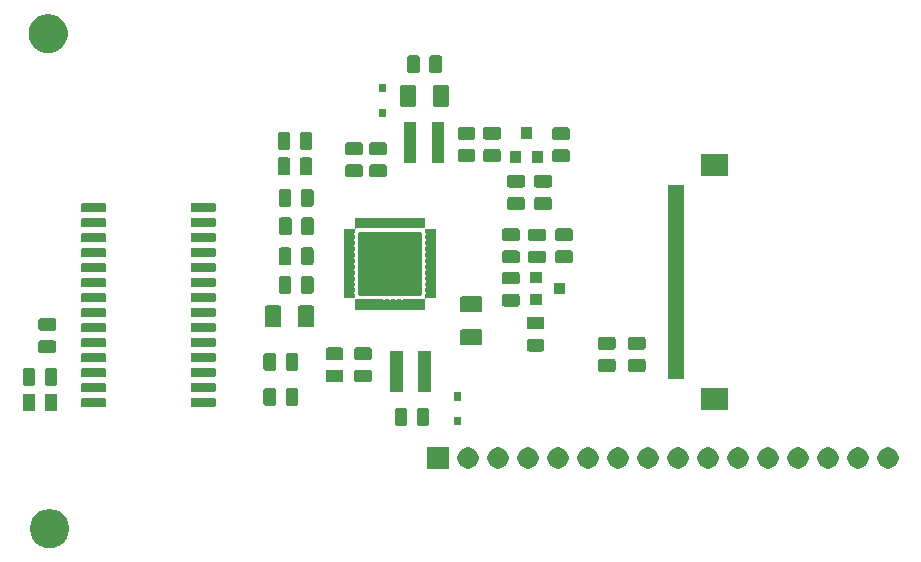
<source format=gbr>
G04 #@! TF.GenerationSoftware,KiCad,Pcbnew,(5.1.5)-3*
G04 #@! TF.CreationDate,2020-05-02T01:09:43+02:00*
G04 #@! TF.ProjectId,inkplateclone,696e6b70-6c61-4746-9563-6c6f6e652e6b,rev?*
G04 #@! TF.SameCoordinates,Original*
G04 #@! TF.FileFunction,Soldermask,Top*
G04 #@! TF.FilePolarity,Negative*
%FSLAX46Y46*%
G04 Gerber Fmt 4.6, Leading zero omitted, Abs format (unit mm)*
G04 Created by KiCad (PCBNEW (5.1.5)-3) date 2020-05-02 01:09:43*
%MOMM*%
%LPD*%
G04 APERTURE LIST*
%ADD10C,0.100000*%
G04 APERTURE END LIST*
D10*
G36*
X61716256Y-109706798D02*
G01*
X61822579Y-109727947D01*
X62123042Y-109852403D01*
X62393451Y-110033085D01*
X62623415Y-110263049D01*
X62804097Y-110533458D01*
X62928553Y-110833921D01*
X62992000Y-111152891D01*
X62992000Y-111478109D01*
X62928553Y-111797079D01*
X62804097Y-112097542D01*
X62623415Y-112367951D01*
X62393451Y-112597915D01*
X62123042Y-112778597D01*
X61822579Y-112903053D01*
X61716256Y-112924202D01*
X61503611Y-112966500D01*
X61178389Y-112966500D01*
X60965744Y-112924202D01*
X60859421Y-112903053D01*
X60558958Y-112778597D01*
X60288549Y-112597915D01*
X60058585Y-112367951D01*
X59877903Y-112097542D01*
X59753447Y-111797079D01*
X59690000Y-111478109D01*
X59690000Y-111152891D01*
X59753447Y-110833921D01*
X59877903Y-110533458D01*
X60058585Y-110263049D01*
X60288549Y-110033085D01*
X60558958Y-109852403D01*
X60859421Y-109727947D01*
X60965744Y-109706798D01*
X61178389Y-109664500D01*
X61503611Y-109664500D01*
X61716256Y-109706798D01*
G37*
G36*
X114667512Y-104450427D02*
G01*
X114816812Y-104480124D01*
X114980784Y-104548044D01*
X115128354Y-104646647D01*
X115253853Y-104772146D01*
X115352456Y-104919716D01*
X115420376Y-105083688D01*
X115455000Y-105257759D01*
X115455000Y-105435241D01*
X115420376Y-105609312D01*
X115352456Y-105773284D01*
X115253853Y-105920854D01*
X115128354Y-106046353D01*
X114980784Y-106144956D01*
X114816812Y-106212876D01*
X114667512Y-106242573D01*
X114642742Y-106247500D01*
X114465258Y-106247500D01*
X114440488Y-106242573D01*
X114291188Y-106212876D01*
X114127216Y-106144956D01*
X113979646Y-106046353D01*
X113854147Y-105920854D01*
X113755544Y-105773284D01*
X113687624Y-105609312D01*
X113653000Y-105435241D01*
X113653000Y-105257759D01*
X113687624Y-105083688D01*
X113755544Y-104919716D01*
X113854147Y-104772146D01*
X113979646Y-104646647D01*
X114127216Y-104548044D01*
X114291188Y-104480124D01*
X114440488Y-104450427D01*
X114465258Y-104445500D01*
X114642742Y-104445500D01*
X114667512Y-104450427D01*
G37*
G36*
X95135000Y-106247500D02*
G01*
X93333000Y-106247500D01*
X93333000Y-104445500D01*
X95135000Y-104445500D01*
X95135000Y-106247500D01*
G37*
G36*
X96887512Y-104450427D02*
G01*
X97036812Y-104480124D01*
X97200784Y-104548044D01*
X97348354Y-104646647D01*
X97473853Y-104772146D01*
X97572456Y-104919716D01*
X97640376Y-105083688D01*
X97675000Y-105257759D01*
X97675000Y-105435241D01*
X97640376Y-105609312D01*
X97572456Y-105773284D01*
X97473853Y-105920854D01*
X97348354Y-106046353D01*
X97200784Y-106144956D01*
X97036812Y-106212876D01*
X96887512Y-106242573D01*
X96862742Y-106247500D01*
X96685258Y-106247500D01*
X96660488Y-106242573D01*
X96511188Y-106212876D01*
X96347216Y-106144956D01*
X96199646Y-106046353D01*
X96074147Y-105920854D01*
X95975544Y-105773284D01*
X95907624Y-105609312D01*
X95873000Y-105435241D01*
X95873000Y-105257759D01*
X95907624Y-105083688D01*
X95975544Y-104919716D01*
X96074147Y-104772146D01*
X96199646Y-104646647D01*
X96347216Y-104548044D01*
X96511188Y-104480124D01*
X96660488Y-104450427D01*
X96685258Y-104445500D01*
X96862742Y-104445500D01*
X96887512Y-104450427D01*
G37*
G36*
X99427512Y-104450427D02*
G01*
X99576812Y-104480124D01*
X99740784Y-104548044D01*
X99888354Y-104646647D01*
X100013853Y-104772146D01*
X100112456Y-104919716D01*
X100180376Y-105083688D01*
X100215000Y-105257759D01*
X100215000Y-105435241D01*
X100180376Y-105609312D01*
X100112456Y-105773284D01*
X100013853Y-105920854D01*
X99888354Y-106046353D01*
X99740784Y-106144956D01*
X99576812Y-106212876D01*
X99427512Y-106242573D01*
X99402742Y-106247500D01*
X99225258Y-106247500D01*
X99200488Y-106242573D01*
X99051188Y-106212876D01*
X98887216Y-106144956D01*
X98739646Y-106046353D01*
X98614147Y-105920854D01*
X98515544Y-105773284D01*
X98447624Y-105609312D01*
X98413000Y-105435241D01*
X98413000Y-105257759D01*
X98447624Y-105083688D01*
X98515544Y-104919716D01*
X98614147Y-104772146D01*
X98739646Y-104646647D01*
X98887216Y-104548044D01*
X99051188Y-104480124D01*
X99200488Y-104450427D01*
X99225258Y-104445500D01*
X99402742Y-104445500D01*
X99427512Y-104450427D01*
G37*
G36*
X101967512Y-104450427D02*
G01*
X102116812Y-104480124D01*
X102280784Y-104548044D01*
X102428354Y-104646647D01*
X102553853Y-104772146D01*
X102652456Y-104919716D01*
X102720376Y-105083688D01*
X102755000Y-105257759D01*
X102755000Y-105435241D01*
X102720376Y-105609312D01*
X102652456Y-105773284D01*
X102553853Y-105920854D01*
X102428354Y-106046353D01*
X102280784Y-106144956D01*
X102116812Y-106212876D01*
X101967512Y-106242573D01*
X101942742Y-106247500D01*
X101765258Y-106247500D01*
X101740488Y-106242573D01*
X101591188Y-106212876D01*
X101427216Y-106144956D01*
X101279646Y-106046353D01*
X101154147Y-105920854D01*
X101055544Y-105773284D01*
X100987624Y-105609312D01*
X100953000Y-105435241D01*
X100953000Y-105257759D01*
X100987624Y-105083688D01*
X101055544Y-104919716D01*
X101154147Y-104772146D01*
X101279646Y-104646647D01*
X101427216Y-104548044D01*
X101591188Y-104480124D01*
X101740488Y-104450427D01*
X101765258Y-104445500D01*
X101942742Y-104445500D01*
X101967512Y-104450427D01*
G37*
G36*
X104507512Y-104450427D02*
G01*
X104656812Y-104480124D01*
X104820784Y-104548044D01*
X104968354Y-104646647D01*
X105093853Y-104772146D01*
X105192456Y-104919716D01*
X105260376Y-105083688D01*
X105295000Y-105257759D01*
X105295000Y-105435241D01*
X105260376Y-105609312D01*
X105192456Y-105773284D01*
X105093853Y-105920854D01*
X104968354Y-106046353D01*
X104820784Y-106144956D01*
X104656812Y-106212876D01*
X104507512Y-106242573D01*
X104482742Y-106247500D01*
X104305258Y-106247500D01*
X104280488Y-106242573D01*
X104131188Y-106212876D01*
X103967216Y-106144956D01*
X103819646Y-106046353D01*
X103694147Y-105920854D01*
X103595544Y-105773284D01*
X103527624Y-105609312D01*
X103493000Y-105435241D01*
X103493000Y-105257759D01*
X103527624Y-105083688D01*
X103595544Y-104919716D01*
X103694147Y-104772146D01*
X103819646Y-104646647D01*
X103967216Y-104548044D01*
X104131188Y-104480124D01*
X104280488Y-104450427D01*
X104305258Y-104445500D01*
X104482742Y-104445500D01*
X104507512Y-104450427D01*
G37*
G36*
X107047512Y-104450427D02*
G01*
X107196812Y-104480124D01*
X107360784Y-104548044D01*
X107508354Y-104646647D01*
X107633853Y-104772146D01*
X107732456Y-104919716D01*
X107800376Y-105083688D01*
X107835000Y-105257759D01*
X107835000Y-105435241D01*
X107800376Y-105609312D01*
X107732456Y-105773284D01*
X107633853Y-105920854D01*
X107508354Y-106046353D01*
X107360784Y-106144956D01*
X107196812Y-106212876D01*
X107047512Y-106242573D01*
X107022742Y-106247500D01*
X106845258Y-106247500D01*
X106820488Y-106242573D01*
X106671188Y-106212876D01*
X106507216Y-106144956D01*
X106359646Y-106046353D01*
X106234147Y-105920854D01*
X106135544Y-105773284D01*
X106067624Y-105609312D01*
X106033000Y-105435241D01*
X106033000Y-105257759D01*
X106067624Y-105083688D01*
X106135544Y-104919716D01*
X106234147Y-104772146D01*
X106359646Y-104646647D01*
X106507216Y-104548044D01*
X106671188Y-104480124D01*
X106820488Y-104450427D01*
X106845258Y-104445500D01*
X107022742Y-104445500D01*
X107047512Y-104450427D01*
G37*
G36*
X109587512Y-104450427D02*
G01*
X109736812Y-104480124D01*
X109900784Y-104548044D01*
X110048354Y-104646647D01*
X110173853Y-104772146D01*
X110272456Y-104919716D01*
X110340376Y-105083688D01*
X110375000Y-105257759D01*
X110375000Y-105435241D01*
X110340376Y-105609312D01*
X110272456Y-105773284D01*
X110173853Y-105920854D01*
X110048354Y-106046353D01*
X109900784Y-106144956D01*
X109736812Y-106212876D01*
X109587512Y-106242573D01*
X109562742Y-106247500D01*
X109385258Y-106247500D01*
X109360488Y-106242573D01*
X109211188Y-106212876D01*
X109047216Y-106144956D01*
X108899646Y-106046353D01*
X108774147Y-105920854D01*
X108675544Y-105773284D01*
X108607624Y-105609312D01*
X108573000Y-105435241D01*
X108573000Y-105257759D01*
X108607624Y-105083688D01*
X108675544Y-104919716D01*
X108774147Y-104772146D01*
X108899646Y-104646647D01*
X109047216Y-104548044D01*
X109211188Y-104480124D01*
X109360488Y-104450427D01*
X109385258Y-104445500D01*
X109562742Y-104445500D01*
X109587512Y-104450427D01*
G37*
G36*
X117207512Y-104450427D02*
G01*
X117356812Y-104480124D01*
X117520784Y-104548044D01*
X117668354Y-104646647D01*
X117793853Y-104772146D01*
X117892456Y-104919716D01*
X117960376Y-105083688D01*
X117995000Y-105257759D01*
X117995000Y-105435241D01*
X117960376Y-105609312D01*
X117892456Y-105773284D01*
X117793853Y-105920854D01*
X117668354Y-106046353D01*
X117520784Y-106144956D01*
X117356812Y-106212876D01*
X117207512Y-106242573D01*
X117182742Y-106247500D01*
X117005258Y-106247500D01*
X116980488Y-106242573D01*
X116831188Y-106212876D01*
X116667216Y-106144956D01*
X116519646Y-106046353D01*
X116394147Y-105920854D01*
X116295544Y-105773284D01*
X116227624Y-105609312D01*
X116193000Y-105435241D01*
X116193000Y-105257759D01*
X116227624Y-105083688D01*
X116295544Y-104919716D01*
X116394147Y-104772146D01*
X116519646Y-104646647D01*
X116667216Y-104548044D01*
X116831188Y-104480124D01*
X116980488Y-104450427D01*
X117005258Y-104445500D01*
X117182742Y-104445500D01*
X117207512Y-104450427D01*
G37*
G36*
X112127512Y-104450427D02*
G01*
X112276812Y-104480124D01*
X112440784Y-104548044D01*
X112588354Y-104646647D01*
X112713853Y-104772146D01*
X112812456Y-104919716D01*
X112880376Y-105083688D01*
X112915000Y-105257759D01*
X112915000Y-105435241D01*
X112880376Y-105609312D01*
X112812456Y-105773284D01*
X112713853Y-105920854D01*
X112588354Y-106046353D01*
X112440784Y-106144956D01*
X112276812Y-106212876D01*
X112127512Y-106242573D01*
X112102742Y-106247500D01*
X111925258Y-106247500D01*
X111900488Y-106242573D01*
X111751188Y-106212876D01*
X111587216Y-106144956D01*
X111439646Y-106046353D01*
X111314147Y-105920854D01*
X111215544Y-105773284D01*
X111147624Y-105609312D01*
X111113000Y-105435241D01*
X111113000Y-105257759D01*
X111147624Y-105083688D01*
X111215544Y-104919716D01*
X111314147Y-104772146D01*
X111439646Y-104646647D01*
X111587216Y-104548044D01*
X111751188Y-104480124D01*
X111900488Y-104450427D01*
X111925258Y-104445500D01*
X112102742Y-104445500D01*
X112127512Y-104450427D01*
G37*
G36*
X132447512Y-104450427D02*
G01*
X132596812Y-104480124D01*
X132760784Y-104548044D01*
X132908354Y-104646647D01*
X133033853Y-104772146D01*
X133132456Y-104919716D01*
X133200376Y-105083688D01*
X133235000Y-105257759D01*
X133235000Y-105435241D01*
X133200376Y-105609312D01*
X133132456Y-105773284D01*
X133033853Y-105920854D01*
X132908354Y-106046353D01*
X132760784Y-106144956D01*
X132596812Y-106212876D01*
X132447512Y-106242573D01*
X132422742Y-106247500D01*
X132245258Y-106247500D01*
X132220488Y-106242573D01*
X132071188Y-106212876D01*
X131907216Y-106144956D01*
X131759646Y-106046353D01*
X131634147Y-105920854D01*
X131535544Y-105773284D01*
X131467624Y-105609312D01*
X131433000Y-105435241D01*
X131433000Y-105257759D01*
X131467624Y-105083688D01*
X131535544Y-104919716D01*
X131634147Y-104772146D01*
X131759646Y-104646647D01*
X131907216Y-104548044D01*
X132071188Y-104480124D01*
X132220488Y-104450427D01*
X132245258Y-104445500D01*
X132422742Y-104445500D01*
X132447512Y-104450427D01*
G37*
G36*
X129907512Y-104450427D02*
G01*
X130056812Y-104480124D01*
X130220784Y-104548044D01*
X130368354Y-104646647D01*
X130493853Y-104772146D01*
X130592456Y-104919716D01*
X130660376Y-105083688D01*
X130695000Y-105257759D01*
X130695000Y-105435241D01*
X130660376Y-105609312D01*
X130592456Y-105773284D01*
X130493853Y-105920854D01*
X130368354Y-106046353D01*
X130220784Y-106144956D01*
X130056812Y-106212876D01*
X129907512Y-106242573D01*
X129882742Y-106247500D01*
X129705258Y-106247500D01*
X129680488Y-106242573D01*
X129531188Y-106212876D01*
X129367216Y-106144956D01*
X129219646Y-106046353D01*
X129094147Y-105920854D01*
X128995544Y-105773284D01*
X128927624Y-105609312D01*
X128893000Y-105435241D01*
X128893000Y-105257759D01*
X128927624Y-105083688D01*
X128995544Y-104919716D01*
X129094147Y-104772146D01*
X129219646Y-104646647D01*
X129367216Y-104548044D01*
X129531188Y-104480124D01*
X129680488Y-104450427D01*
X129705258Y-104445500D01*
X129882742Y-104445500D01*
X129907512Y-104450427D01*
G37*
G36*
X127367512Y-104450427D02*
G01*
X127516812Y-104480124D01*
X127680784Y-104548044D01*
X127828354Y-104646647D01*
X127953853Y-104772146D01*
X128052456Y-104919716D01*
X128120376Y-105083688D01*
X128155000Y-105257759D01*
X128155000Y-105435241D01*
X128120376Y-105609312D01*
X128052456Y-105773284D01*
X127953853Y-105920854D01*
X127828354Y-106046353D01*
X127680784Y-106144956D01*
X127516812Y-106212876D01*
X127367512Y-106242573D01*
X127342742Y-106247500D01*
X127165258Y-106247500D01*
X127140488Y-106242573D01*
X126991188Y-106212876D01*
X126827216Y-106144956D01*
X126679646Y-106046353D01*
X126554147Y-105920854D01*
X126455544Y-105773284D01*
X126387624Y-105609312D01*
X126353000Y-105435241D01*
X126353000Y-105257759D01*
X126387624Y-105083688D01*
X126455544Y-104919716D01*
X126554147Y-104772146D01*
X126679646Y-104646647D01*
X126827216Y-104548044D01*
X126991188Y-104480124D01*
X127140488Y-104450427D01*
X127165258Y-104445500D01*
X127342742Y-104445500D01*
X127367512Y-104450427D01*
G37*
G36*
X124827512Y-104450427D02*
G01*
X124976812Y-104480124D01*
X125140784Y-104548044D01*
X125288354Y-104646647D01*
X125413853Y-104772146D01*
X125512456Y-104919716D01*
X125580376Y-105083688D01*
X125615000Y-105257759D01*
X125615000Y-105435241D01*
X125580376Y-105609312D01*
X125512456Y-105773284D01*
X125413853Y-105920854D01*
X125288354Y-106046353D01*
X125140784Y-106144956D01*
X124976812Y-106212876D01*
X124827512Y-106242573D01*
X124802742Y-106247500D01*
X124625258Y-106247500D01*
X124600488Y-106242573D01*
X124451188Y-106212876D01*
X124287216Y-106144956D01*
X124139646Y-106046353D01*
X124014147Y-105920854D01*
X123915544Y-105773284D01*
X123847624Y-105609312D01*
X123813000Y-105435241D01*
X123813000Y-105257759D01*
X123847624Y-105083688D01*
X123915544Y-104919716D01*
X124014147Y-104772146D01*
X124139646Y-104646647D01*
X124287216Y-104548044D01*
X124451188Y-104480124D01*
X124600488Y-104450427D01*
X124625258Y-104445500D01*
X124802742Y-104445500D01*
X124827512Y-104450427D01*
G37*
G36*
X122287512Y-104450427D02*
G01*
X122436812Y-104480124D01*
X122600784Y-104548044D01*
X122748354Y-104646647D01*
X122873853Y-104772146D01*
X122972456Y-104919716D01*
X123040376Y-105083688D01*
X123075000Y-105257759D01*
X123075000Y-105435241D01*
X123040376Y-105609312D01*
X122972456Y-105773284D01*
X122873853Y-105920854D01*
X122748354Y-106046353D01*
X122600784Y-106144956D01*
X122436812Y-106212876D01*
X122287512Y-106242573D01*
X122262742Y-106247500D01*
X122085258Y-106247500D01*
X122060488Y-106242573D01*
X121911188Y-106212876D01*
X121747216Y-106144956D01*
X121599646Y-106046353D01*
X121474147Y-105920854D01*
X121375544Y-105773284D01*
X121307624Y-105609312D01*
X121273000Y-105435241D01*
X121273000Y-105257759D01*
X121307624Y-105083688D01*
X121375544Y-104919716D01*
X121474147Y-104772146D01*
X121599646Y-104646647D01*
X121747216Y-104548044D01*
X121911188Y-104480124D01*
X122060488Y-104450427D01*
X122085258Y-104445500D01*
X122262742Y-104445500D01*
X122287512Y-104450427D01*
G37*
G36*
X119747512Y-104450427D02*
G01*
X119896812Y-104480124D01*
X120060784Y-104548044D01*
X120208354Y-104646647D01*
X120333853Y-104772146D01*
X120432456Y-104919716D01*
X120500376Y-105083688D01*
X120535000Y-105257759D01*
X120535000Y-105435241D01*
X120500376Y-105609312D01*
X120432456Y-105773284D01*
X120333853Y-105920854D01*
X120208354Y-106046353D01*
X120060784Y-106144956D01*
X119896812Y-106212876D01*
X119747512Y-106242573D01*
X119722742Y-106247500D01*
X119545258Y-106247500D01*
X119520488Y-106242573D01*
X119371188Y-106212876D01*
X119207216Y-106144956D01*
X119059646Y-106046353D01*
X118934147Y-105920854D01*
X118835544Y-105773284D01*
X118767624Y-105609312D01*
X118733000Y-105435241D01*
X118733000Y-105257759D01*
X118767624Y-105083688D01*
X118835544Y-104919716D01*
X118934147Y-104772146D01*
X119059646Y-104646647D01*
X119207216Y-104548044D01*
X119371188Y-104480124D01*
X119520488Y-104450427D01*
X119545258Y-104445500D01*
X119722742Y-104445500D01*
X119747512Y-104450427D01*
G37*
G36*
X93335968Y-101107565D02*
G01*
X93374638Y-101119296D01*
X93410277Y-101138346D01*
X93441517Y-101163983D01*
X93467154Y-101195223D01*
X93486204Y-101230862D01*
X93497935Y-101269532D01*
X93502500Y-101315888D01*
X93502500Y-102392112D01*
X93497935Y-102438468D01*
X93486204Y-102477138D01*
X93467154Y-102512777D01*
X93441517Y-102544017D01*
X93410277Y-102569654D01*
X93374638Y-102588704D01*
X93335968Y-102600435D01*
X93289612Y-102605000D01*
X92638388Y-102605000D01*
X92592032Y-102600435D01*
X92553362Y-102588704D01*
X92517723Y-102569654D01*
X92486483Y-102544017D01*
X92460846Y-102512777D01*
X92441796Y-102477138D01*
X92430065Y-102438468D01*
X92425500Y-102392112D01*
X92425500Y-101315888D01*
X92430065Y-101269532D01*
X92441796Y-101230862D01*
X92460846Y-101195223D01*
X92486483Y-101163983D01*
X92517723Y-101138346D01*
X92553362Y-101119296D01*
X92592032Y-101107565D01*
X92638388Y-101103000D01*
X93289612Y-101103000D01*
X93335968Y-101107565D01*
G37*
G36*
X91460968Y-101107565D02*
G01*
X91499638Y-101119296D01*
X91535277Y-101138346D01*
X91566517Y-101163983D01*
X91592154Y-101195223D01*
X91611204Y-101230862D01*
X91622935Y-101269532D01*
X91627500Y-101315888D01*
X91627500Y-102392112D01*
X91622935Y-102438468D01*
X91611204Y-102477138D01*
X91592154Y-102512777D01*
X91566517Y-102544017D01*
X91535277Y-102569654D01*
X91499638Y-102588704D01*
X91460968Y-102600435D01*
X91414612Y-102605000D01*
X90763388Y-102605000D01*
X90717032Y-102600435D01*
X90678362Y-102588704D01*
X90642723Y-102569654D01*
X90611483Y-102544017D01*
X90585846Y-102512777D01*
X90566796Y-102477138D01*
X90555065Y-102438468D01*
X90550500Y-102392112D01*
X90550500Y-101315888D01*
X90555065Y-101269532D01*
X90566796Y-101230862D01*
X90585846Y-101195223D01*
X90611483Y-101163983D01*
X90642723Y-101138346D01*
X90678362Y-101119296D01*
X90717032Y-101107565D01*
X90763388Y-101103000D01*
X91414612Y-101103000D01*
X91460968Y-101107565D01*
G37*
G36*
X96161000Y-102586000D02*
G01*
X95609000Y-102586000D01*
X95609000Y-101884000D01*
X96161000Y-101884000D01*
X96161000Y-102586000D01*
G37*
G36*
X59964968Y-99901065D02*
G01*
X60003638Y-99912796D01*
X60039277Y-99931846D01*
X60070517Y-99957483D01*
X60096154Y-99988723D01*
X60115204Y-100024362D01*
X60126935Y-100063032D01*
X60131500Y-100109388D01*
X60131500Y-101185612D01*
X60126935Y-101231968D01*
X60115204Y-101270638D01*
X60096154Y-101306277D01*
X60070517Y-101337517D01*
X60039277Y-101363154D01*
X60003638Y-101382204D01*
X59964968Y-101393935D01*
X59918612Y-101398500D01*
X59267388Y-101398500D01*
X59221032Y-101393935D01*
X59182362Y-101382204D01*
X59146723Y-101363154D01*
X59115483Y-101337517D01*
X59089846Y-101306277D01*
X59070796Y-101270638D01*
X59059065Y-101231968D01*
X59054500Y-101185612D01*
X59054500Y-100109388D01*
X59059065Y-100063032D01*
X59070796Y-100024362D01*
X59089846Y-99988723D01*
X59115483Y-99957483D01*
X59146723Y-99931846D01*
X59182362Y-99912796D01*
X59221032Y-99901065D01*
X59267388Y-99896500D01*
X59918612Y-99896500D01*
X59964968Y-99901065D01*
G37*
G36*
X61839968Y-99901065D02*
G01*
X61878638Y-99912796D01*
X61914277Y-99931846D01*
X61945517Y-99957483D01*
X61971154Y-99988723D01*
X61990204Y-100024362D01*
X62001935Y-100063032D01*
X62006500Y-100109388D01*
X62006500Y-101185612D01*
X62001935Y-101231968D01*
X61990204Y-101270638D01*
X61971154Y-101306277D01*
X61945517Y-101337517D01*
X61914277Y-101363154D01*
X61878638Y-101382204D01*
X61839968Y-101393935D01*
X61793612Y-101398500D01*
X61142388Y-101398500D01*
X61096032Y-101393935D01*
X61057362Y-101382204D01*
X61021723Y-101363154D01*
X60990483Y-101337517D01*
X60964846Y-101306277D01*
X60945796Y-101270638D01*
X60934065Y-101231968D01*
X60929500Y-101185612D01*
X60929500Y-100109388D01*
X60934065Y-100063032D01*
X60945796Y-100024362D01*
X60964846Y-99988723D01*
X60990483Y-99957483D01*
X61021723Y-99931846D01*
X61057362Y-99912796D01*
X61096032Y-99901065D01*
X61142388Y-99896500D01*
X61793612Y-99896500D01*
X61839968Y-99901065D01*
G37*
G36*
X118777500Y-101307000D02*
G01*
X116475500Y-101307000D01*
X116475500Y-99405000D01*
X118777500Y-99405000D01*
X118777500Y-101307000D01*
G37*
G36*
X75343428Y-100299264D02*
G01*
X75364509Y-100305660D01*
X75383945Y-100316048D01*
X75400976Y-100330024D01*
X75414952Y-100347055D01*
X75425340Y-100366491D01*
X75431736Y-100387572D01*
X75434500Y-100415640D01*
X75434500Y-100879360D01*
X75431736Y-100907428D01*
X75425340Y-100928509D01*
X75414952Y-100947945D01*
X75400976Y-100964976D01*
X75383945Y-100978952D01*
X75364509Y-100989340D01*
X75343428Y-100995736D01*
X75315360Y-100998500D01*
X73401640Y-100998500D01*
X73373572Y-100995736D01*
X73352491Y-100989340D01*
X73333055Y-100978952D01*
X73316024Y-100964976D01*
X73302048Y-100947945D01*
X73291660Y-100928509D01*
X73285264Y-100907428D01*
X73282500Y-100879360D01*
X73282500Y-100415640D01*
X73285264Y-100387572D01*
X73291660Y-100366491D01*
X73302048Y-100347055D01*
X73316024Y-100330024D01*
X73333055Y-100316048D01*
X73352491Y-100305660D01*
X73373572Y-100299264D01*
X73401640Y-100296500D01*
X75315360Y-100296500D01*
X75343428Y-100299264D01*
G37*
G36*
X66043428Y-100299264D02*
G01*
X66064509Y-100305660D01*
X66083945Y-100316048D01*
X66100976Y-100330024D01*
X66114952Y-100347055D01*
X66125340Y-100366491D01*
X66131736Y-100387572D01*
X66134500Y-100415640D01*
X66134500Y-100879360D01*
X66131736Y-100907428D01*
X66125340Y-100928509D01*
X66114952Y-100947945D01*
X66100976Y-100964976D01*
X66083945Y-100978952D01*
X66064509Y-100989340D01*
X66043428Y-100995736D01*
X66015360Y-100998500D01*
X64101640Y-100998500D01*
X64073572Y-100995736D01*
X64052491Y-100989340D01*
X64033055Y-100978952D01*
X64016024Y-100964976D01*
X64002048Y-100947945D01*
X63991660Y-100928509D01*
X63985264Y-100907428D01*
X63982500Y-100879360D01*
X63982500Y-100415640D01*
X63985264Y-100387572D01*
X63991660Y-100366491D01*
X64002048Y-100347055D01*
X64016024Y-100330024D01*
X64033055Y-100316048D01*
X64052491Y-100305660D01*
X64073572Y-100299264D01*
X64101640Y-100296500D01*
X66015360Y-100296500D01*
X66043428Y-100299264D01*
G37*
G36*
X82236968Y-99422065D02*
G01*
X82275638Y-99433796D01*
X82311277Y-99452846D01*
X82342517Y-99478483D01*
X82368154Y-99509723D01*
X82387204Y-99545362D01*
X82398935Y-99584032D01*
X82403500Y-99630388D01*
X82403500Y-100706612D01*
X82398935Y-100752968D01*
X82387204Y-100791638D01*
X82368154Y-100827277D01*
X82342517Y-100858517D01*
X82311277Y-100884154D01*
X82275638Y-100903204D01*
X82236968Y-100914935D01*
X82190612Y-100919500D01*
X81539388Y-100919500D01*
X81493032Y-100914935D01*
X81454362Y-100903204D01*
X81418723Y-100884154D01*
X81387483Y-100858517D01*
X81361846Y-100827277D01*
X81342796Y-100791638D01*
X81331065Y-100752968D01*
X81326500Y-100706612D01*
X81326500Y-99630388D01*
X81331065Y-99584032D01*
X81342796Y-99545362D01*
X81361846Y-99509723D01*
X81387483Y-99478483D01*
X81418723Y-99452846D01*
X81454362Y-99433796D01*
X81493032Y-99422065D01*
X81539388Y-99417500D01*
X82190612Y-99417500D01*
X82236968Y-99422065D01*
G37*
G36*
X80361968Y-99422065D02*
G01*
X80400638Y-99433796D01*
X80436277Y-99452846D01*
X80467517Y-99478483D01*
X80493154Y-99509723D01*
X80512204Y-99545362D01*
X80523935Y-99584032D01*
X80528500Y-99630388D01*
X80528500Y-100706612D01*
X80523935Y-100752968D01*
X80512204Y-100791638D01*
X80493154Y-100827277D01*
X80467517Y-100858517D01*
X80436277Y-100884154D01*
X80400638Y-100903204D01*
X80361968Y-100914935D01*
X80315612Y-100919500D01*
X79664388Y-100919500D01*
X79618032Y-100914935D01*
X79579362Y-100903204D01*
X79543723Y-100884154D01*
X79512483Y-100858517D01*
X79486846Y-100827277D01*
X79467796Y-100791638D01*
X79456065Y-100752968D01*
X79451500Y-100706612D01*
X79451500Y-99630388D01*
X79456065Y-99584032D01*
X79467796Y-99545362D01*
X79486846Y-99509723D01*
X79512483Y-99478483D01*
X79543723Y-99452846D01*
X79579362Y-99433796D01*
X79618032Y-99422065D01*
X79664388Y-99417500D01*
X80315612Y-99417500D01*
X80361968Y-99422065D01*
G37*
G36*
X96161000Y-100486000D02*
G01*
X95609000Y-100486000D01*
X95609000Y-99784000D01*
X96161000Y-99784000D01*
X96161000Y-100486000D01*
G37*
G36*
X93632000Y-99795000D02*
G01*
X92550000Y-99795000D01*
X92550000Y-96293000D01*
X93632000Y-96293000D01*
X93632000Y-99795000D01*
G37*
G36*
X91262000Y-99795000D02*
G01*
X90180000Y-99795000D01*
X90180000Y-96293000D01*
X91262000Y-96293000D01*
X91262000Y-99795000D01*
G37*
G36*
X75343428Y-99029264D02*
G01*
X75364509Y-99035660D01*
X75383945Y-99046048D01*
X75400976Y-99060024D01*
X75414952Y-99077055D01*
X75425340Y-99096491D01*
X75431736Y-99117572D01*
X75434500Y-99145640D01*
X75434500Y-99609360D01*
X75431736Y-99637428D01*
X75425340Y-99658509D01*
X75414952Y-99677945D01*
X75400976Y-99694976D01*
X75383945Y-99708952D01*
X75364509Y-99719340D01*
X75343428Y-99725736D01*
X75315360Y-99728500D01*
X73401640Y-99728500D01*
X73373572Y-99725736D01*
X73352491Y-99719340D01*
X73333055Y-99708952D01*
X73316024Y-99694976D01*
X73302048Y-99677945D01*
X73291660Y-99658509D01*
X73285264Y-99637428D01*
X73282500Y-99609360D01*
X73282500Y-99145640D01*
X73285264Y-99117572D01*
X73291660Y-99096491D01*
X73302048Y-99077055D01*
X73316024Y-99060024D01*
X73333055Y-99046048D01*
X73352491Y-99035660D01*
X73373572Y-99029264D01*
X73401640Y-99026500D01*
X75315360Y-99026500D01*
X75343428Y-99029264D01*
G37*
G36*
X66043428Y-99029264D02*
G01*
X66064509Y-99035660D01*
X66083945Y-99046048D01*
X66100976Y-99060024D01*
X66114952Y-99077055D01*
X66125340Y-99096491D01*
X66131736Y-99117572D01*
X66134500Y-99145640D01*
X66134500Y-99609360D01*
X66131736Y-99637428D01*
X66125340Y-99658509D01*
X66114952Y-99677945D01*
X66100976Y-99694976D01*
X66083945Y-99708952D01*
X66064509Y-99719340D01*
X66043428Y-99725736D01*
X66015360Y-99728500D01*
X64101640Y-99728500D01*
X64073572Y-99725736D01*
X64052491Y-99719340D01*
X64033055Y-99708952D01*
X64016024Y-99694976D01*
X64002048Y-99677945D01*
X63991660Y-99658509D01*
X63985264Y-99637428D01*
X63982500Y-99609360D01*
X63982500Y-99145640D01*
X63985264Y-99117572D01*
X63991660Y-99096491D01*
X64002048Y-99077055D01*
X64016024Y-99060024D01*
X64033055Y-99046048D01*
X64052491Y-99035660D01*
X64073572Y-99029264D01*
X64101640Y-99026500D01*
X66015360Y-99026500D01*
X66043428Y-99029264D01*
G37*
G36*
X61839968Y-97742065D02*
G01*
X61878638Y-97753796D01*
X61914277Y-97772846D01*
X61945517Y-97798483D01*
X61971154Y-97829723D01*
X61990204Y-97865362D01*
X62001935Y-97904032D01*
X62006500Y-97950388D01*
X62006500Y-99026612D01*
X62001935Y-99072968D01*
X61990204Y-99111638D01*
X61971154Y-99147277D01*
X61945517Y-99178517D01*
X61914277Y-99204154D01*
X61878638Y-99223204D01*
X61839968Y-99234935D01*
X61793612Y-99239500D01*
X61142388Y-99239500D01*
X61096032Y-99234935D01*
X61057362Y-99223204D01*
X61021723Y-99204154D01*
X60990483Y-99178517D01*
X60964846Y-99147277D01*
X60945796Y-99111638D01*
X60934065Y-99072968D01*
X60929500Y-99026612D01*
X60929500Y-97950388D01*
X60934065Y-97904032D01*
X60945796Y-97865362D01*
X60964846Y-97829723D01*
X60990483Y-97798483D01*
X61021723Y-97772846D01*
X61057362Y-97753796D01*
X61096032Y-97742065D01*
X61142388Y-97737500D01*
X61793612Y-97737500D01*
X61839968Y-97742065D01*
G37*
G36*
X59964968Y-97742065D02*
G01*
X60003638Y-97753796D01*
X60039277Y-97772846D01*
X60070517Y-97798483D01*
X60096154Y-97829723D01*
X60115204Y-97865362D01*
X60126935Y-97904032D01*
X60131500Y-97950388D01*
X60131500Y-99026612D01*
X60126935Y-99072968D01*
X60115204Y-99111638D01*
X60096154Y-99147277D01*
X60070517Y-99178517D01*
X60039277Y-99204154D01*
X60003638Y-99223204D01*
X59964968Y-99234935D01*
X59918612Y-99239500D01*
X59267388Y-99239500D01*
X59221032Y-99234935D01*
X59182362Y-99223204D01*
X59146723Y-99204154D01*
X59115483Y-99178517D01*
X59089846Y-99147277D01*
X59070796Y-99111638D01*
X59059065Y-99072968D01*
X59054500Y-99026612D01*
X59054500Y-97950388D01*
X59059065Y-97904032D01*
X59070796Y-97865362D01*
X59089846Y-97829723D01*
X59115483Y-97798483D01*
X59146723Y-97772846D01*
X59182362Y-97753796D01*
X59221032Y-97742065D01*
X59267388Y-97737500D01*
X59918612Y-97737500D01*
X59964968Y-97742065D01*
G37*
G36*
X86055468Y-97861065D02*
G01*
X86094138Y-97872796D01*
X86129777Y-97891846D01*
X86161017Y-97917483D01*
X86186654Y-97948723D01*
X86205704Y-97984362D01*
X86217435Y-98023032D01*
X86222000Y-98069388D01*
X86222000Y-98720612D01*
X86217435Y-98766968D01*
X86205704Y-98805638D01*
X86186654Y-98841277D01*
X86161017Y-98872517D01*
X86129777Y-98898154D01*
X86094138Y-98917204D01*
X86055468Y-98928935D01*
X86009112Y-98933500D01*
X84932888Y-98933500D01*
X84886532Y-98928935D01*
X84847862Y-98917204D01*
X84812223Y-98898154D01*
X84780983Y-98872517D01*
X84755346Y-98841277D01*
X84736296Y-98805638D01*
X84724565Y-98766968D01*
X84720000Y-98720612D01*
X84720000Y-98069388D01*
X84724565Y-98023032D01*
X84736296Y-97984362D01*
X84755346Y-97948723D01*
X84780983Y-97917483D01*
X84812223Y-97891846D01*
X84847862Y-97872796D01*
X84886532Y-97861065D01*
X84932888Y-97856500D01*
X86009112Y-97856500D01*
X86055468Y-97861065D01*
G37*
G36*
X88468468Y-97861065D02*
G01*
X88507138Y-97872796D01*
X88542777Y-97891846D01*
X88574017Y-97917483D01*
X88599654Y-97948723D01*
X88618704Y-97984362D01*
X88630435Y-98023032D01*
X88635000Y-98069388D01*
X88635000Y-98720612D01*
X88630435Y-98766968D01*
X88618704Y-98805638D01*
X88599654Y-98841277D01*
X88574017Y-98872517D01*
X88542777Y-98898154D01*
X88507138Y-98917204D01*
X88468468Y-98928935D01*
X88422112Y-98933500D01*
X87345888Y-98933500D01*
X87299532Y-98928935D01*
X87260862Y-98917204D01*
X87225223Y-98898154D01*
X87193983Y-98872517D01*
X87168346Y-98841277D01*
X87149296Y-98805638D01*
X87137565Y-98766968D01*
X87133000Y-98720612D01*
X87133000Y-98069388D01*
X87137565Y-98023032D01*
X87149296Y-97984362D01*
X87168346Y-97948723D01*
X87193983Y-97917483D01*
X87225223Y-97891846D01*
X87260862Y-97872796D01*
X87299532Y-97861065D01*
X87345888Y-97856500D01*
X88422112Y-97856500D01*
X88468468Y-97861065D01*
G37*
G36*
X115077500Y-98657000D02*
G01*
X113675500Y-98657000D01*
X113675500Y-82255000D01*
X115077500Y-82255000D01*
X115077500Y-98657000D01*
G37*
G36*
X66043428Y-97759264D02*
G01*
X66064509Y-97765660D01*
X66083945Y-97776048D01*
X66100976Y-97790024D01*
X66114952Y-97807055D01*
X66125340Y-97826491D01*
X66131736Y-97847572D01*
X66134500Y-97875640D01*
X66134500Y-98339360D01*
X66131736Y-98367428D01*
X66125340Y-98388509D01*
X66114952Y-98407945D01*
X66100976Y-98424976D01*
X66083945Y-98438952D01*
X66064509Y-98449340D01*
X66043428Y-98455736D01*
X66015360Y-98458500D01*
X64101640Y-98458500D01*
X64073572Y-98455736D01*
X64052491Y-98449340D01*
X64033055Y-98438952D01*
X64016024Y-98424976D01*
X64002048Y-98407945D01*
X63991660Y-98388509D01*
X63985264Y-98367428D01*
X63982500Y-98339360D01*
X63982500Y-97875640D01*
X63985264Y-97847572D01*
X63991660Y-97826491D01*
X64002048Y-97807055D01*
X64016024Y-97790024D01*
X64033055Y-97776048D01*
X64052491Y-97765660D01*
X64073572Y-97759264D01*
X64101640Y-97756500D01*
X66015360Y-97756500D01*
X66043428Y-97759264D01*
G37*
G36*
X75343428Y-97759264D02*
G01*
X75364509Y-97765660D01*
X75383945Y-97776048D01*
X75400976Y-97790024D01*
X75414952Y-97807055D01*
X75425340Y-97826491D01*
X75431736Y-97847572D01*
X75434500Y-97875640D01*
X75434500Y-98339360D01*
X75431736Y-98367428D01*
X75425340Y-98388509D01*
X75414952Y-98407945D01*
X75400976Y-98424976D01*
X75383945Y-98438952D01*
X75364509Y-98449340D01*
X75343428Y-98455736D01*
X75315360Y-98458500D01*
X73401640Y-98458500D01*
X73373572Y-98455736D01*
X73352491Y-98449340D01*
X73333055Y-98438952D01*
X73316024Y-98424976D01*
X73302048Y-98407945D01*
X73291660Y-98388509D01*
X73285264Y-98367428D01*
X73282500Y-98339360D01*
X73282500Y-97875640D01*
X73285264Y-97847572D01*
X73291660Y-97826491D01*
X73302048Y-97807055D01*
X73316024Y-97790024D01*
X73333055Y-97776048D01*
X73352491Y-97765660D01*
X73373572Y-97759264D01*
X73401640Y-97756500D01*
X75315360Y-97756500D01*
X75343428Y-97759264D01*
G37*
G36*
X111645968Y-96972065D02*
G01*
X111684638Y-96983796D01*
X111720277Y-97002846D01*
X111751517Y-97028483D01*
X111777154Y-97059723D01*
X111796204Y-97095362D01*
X111807935Y-97134032D01*
X111812500Y-97180388D01*
X111812500Y-97831612D01*
X111807935Y-97877968D01*
X111796204Y-97916638D01*
X111777154Y-97952277D01*
X111751517Y-97983517D01*
X111720277Y-98009154D01*
X111684638Y-98028204D01*
X111645968Y-98039935D01*
X111599612Y-98044500D01*
X110523388Y-98044500D01*
X110477032Y-98039935D01*
X110438362Y-98028204D01*
X110402723Y-98009154D01*
X110371483Y-97983517D01*
X110345846Y-97952277D01*
X110326796Y-97916638D01*
X110315065Y-97877968D01*
X110310500Y-97831612D01*
X110310500Y-97180388D01*
X110315065Y-97134032D01*
X110326796Y-97095362D01*
X110345846Y-97059723D01*
X110371483Y-97028483D01*
X110402723Y-97002846D01*
X110438362Y-96983796D01*
X110477032Y-96972065D01*
X110523388Y-96967500D01*
X111599612Y-96967500D01*
X111645968Y-96972065D01*
G37*
G36*
X109105968Y-96972065D02*
G01*
X109144638Y-96983796D01*
X109180277Y-97002846D01*
X109211517Y-97028483D01*
X109237154Y-97059723D01*
X109256204Y-97095362D01*
X109267935Y-97134032D01*
X109272500Y-97180388D01*
X109272500Y-97831612D01*
X109267935Y-97877968D01*
X109256204Y-97916638D01*
X109237154Y-97952277D01*
X109211517Y-97983517D01*
X109180277Y-98009154D01*
X109144638Y-98028204D01*
X109105968Y-98039935D01*
X109059612Y-98044500D01*
X107983388Y-98044500D01*
X107937032Y-98039935D01*
X107898362Y-98028204D01*
X107862723Y-98009154D01*
X107831483Y-97983517D01*
X107805846Y-97952277D01*
X107786796Y-97916638D01*
X107775065Y-97877968D01*
X107770500Y-97831612D01*
X107770500Y-97180388D01*
X107775065Y-97134032D01*
X107786796Y-97095362D01*
X107805846Y-97059723D01*
X107831483Y-97028483D01*
X107862723Y-97002846D01*
X107898362Y-96983796D01*
X107937032Y-96972065D01*
X107983388Y-96967500D01*
X109059612Y-96967500D01*
X109105968Y-96972065D01*
G37*
G36*
X80361968Y-96472065D02*
G01*
X80400638Y-96483796D01*
X80436277Y-96502846D01*
X80467517Y-96528483D01*
X80493154Y-96559723D01*
X80512204Y-96595362D01*
X80523935Y-96634032D01*
X80528500Y-96680388D01*
X80528500Y-97756612D01*
X80523935Y-97802968D01*
X80512204Y-97841638D01*
X80493154Y-97877277D01*
X80467517Y-97908517D01*
X80436277Y-97934154D01*
X80400638Y-97953204D01*
X80361968Y-97964935D01*
X80315612Y-97969500D01*
X79664388Y-97969500D01*
X79618032Y-97964935D01*
X79579362Y-97953204D01*
X79543723Y-97934154D01*
X79512483Y-97908517D01*
X79486846Y-97877277D01*
X79467796Y-97841638D01*
X79456065Y-97802968D01*
X79451500Y-97756612D01*
X79451500Y-96680388D01*
X79456065Y-96634032D01*
X79467796Y-96595362D01*
X79486846Y-96559723D01*
X79512483Y-96528483D01*
X79543723Y-96502846D01*
X79579362Y-96483796D01*
X79618032Y-96472065D01*
X79664388Y-96467500D01*
X80315612Y-96467500D01*
X80361968Y-96472065D01*
G37*
G36*
X82236968Y-96472065D02*
G01*
X82275638Y-96483796D01*
X82311277Y-96502846D01*
X82342517Y-96528483D01*
X82368154Y-96559723D01*
X82387204Y-96595362D01*
X82398935Y-96634032D01*
X82403500Y-96680388D01*
X82403500Y-97756612D01*
X82398935Y-97802968D01*
X82387204Y-97841638D01*
X82368154Y-97877277D01*
X82342517Y-97908517D01*
X82311277Y-97934154D01*
X82275638Y-97953204D01*
X82236968Y-97964935D01*
X82190612Y-97969500D01*
X81539388Y-97969500D01*
X81493032Y-97964935D01*
X81454362Y-97953204D01*
X81418723Y-97934154D01*
X81387483Y-97908517D01*
X81361846Y-97877277D01*
X81342796Y-97841638D01*
X81331065Y-97802968D01*
X81326500Y-97756612D01*
X81326500Y-96680388D01*
X81331065Y-96634032D01*
X81342796Y-96595362D01*
X81361846Y-96559723D01*
X81387483Y-96528483D01*
X81418723Y-96502846D01*
X81454362Y-96483796D01*
X81493032Y-96472065D01*
X81539388Y-96467500D01*
X82190612Y-96467500D01*
X82236968Y-96472065D01*
G37*
G36*
X66043428Y-96489264D02*
G01*
X66064509Y-96495660D01*
X66083945Y-96506048D01*
X66100976Y-96520024D01*
X66114952Y-96537055D01*
X66125340Y-96556491D01*
X66131736Y-96577572D01*
X66134500Y-96605640D01*
X66134500Y-97069360D01*
X66131736Y-97097428D01*
X66125340Y-97118509D01*
X66114952Y-97137945D01*
X66100976Y-97154976D01*
X66083945Y-97168952D01*
X66064509Y-97179340D01*
X66043428Y-97185736D01*
X66015360Y-97188500D01*
X64101640Y-97188500D01*
X64073572Y-97185736D01*
X64052491Y-97179340D01*
X64033055Y-97168952D01*
X64016024Y-97154976D01*
X64002048Y-97137945D01*
X63991660Y-97118509D01*
X63985264Y-97097428D01*
X63982500Y-97069360D01*
X63982500Y-96605640D01*
X63985264Y-96577572D01*
X63991660Y-96556491D01*
X64002048Y-96537055D01*
X64016024Y-96520024D01*
X64033055Y-96506048D01*
X64052491Y-96495660D01*
X64073572Y-96489264D01*
X64101640Y-96486500D01*
X66015360Y-96486500D01*
X66043428Y-96489264D01*
G37*
G36*
X75343428Y-96489264D02*
G01*
X75364509Y-96495660D01*
X75383945Y-96506048D01*
X75400976Y-96520024D01*
X75414952Y-96537055D01*
X75425340Y-96556491D01*
X75431736Y-96577572D01*
X75434500Y-96605640D01*
X75434500Y-97069360D01*
X75431736Y-97097428D01*
X75425340Y-97118509D01*
X75414952Y-97137945D01*
X75400976Y-97154976D01*
X75383945Y-97168952D01*
X75364509Y-97179340D01*
X75343428Y-97185736D01*
X75315360Y-97188500D01*
X73401640Y-97188500D01*
X73373572Y-97185736D01*
X73352491Y-97179340D01*
X73333055Y-97168952D01*
X73316024Y-97154976D01*
X73302048Y-97137945D01*
X73291660Y-97118509D01*
X73285264Y-97097428D01*
X73282500Y-97069360D01*
X73282500Y-96605640D01*
X73285264Y-96577572D01*
X73291660Y-96556491D01*
X73302048Y-96537055D01*
X73316024Y-96520024D01*
X73333055Y-96506048D01*
X73352491Y-96495660D01*
X73373572Y-96489264D01*
X73401640Y-96486500D01*
X75315360Y-96486500D01*
X75343428Y-96489264D01*
G37*
G36*
X86055468Y-95986065D02*
G01*
X86094138Y-95997796D01*
X86129777Y-96016846D01*
X86161017Y-96042483D01*
X86186654Y-96073723D01*
X86205704Y-96109362D01*
X86217435Y-96148032D01*
X86222000Y-96194388D01*
X86222000Y-96845612D01*
X86217435Y-96891968D01*
X86205704Y-96930638D01*
X86186654Y-96966277D01*
X86161017Y-96997517D01*
X86129777Y-97023154D01*
X86094138Y-97042204D01*
X86055468Y-97053935D01*
X86009112Y-97058500D01*
X84932888Y-97058500D01*
X84886532Y-97053935D01*
X84847862Y-97042204D01*
X84812223Y-97023154D01*
X84780983Y-96997517D01*
X84755346Y-96966277D01*
X84736296Y-96930638D01*
X84724565Y-96891968D01*
X84720000Y-96845612D01*
X84720000Y-96194388D01*
X84724565Y-96148032D01*
X84736296Y-96109362D01*
X84755346Y-96073723D01*
X84780983Y-96042483D01*
X84812223Y-96016846D01*
X84847862Y-95997796D01*
X84886532Y-95986065D01*
X84932888Y-95981500D01*
X86009112Y-95981500D01*
X86055468Y-95986065D01*
G37*
G36*
X88468468Y-95986065D02*
G01*
X88507138Y-95997796D01*
X88542777Y-96016846D01*
X88574017Y-96042483D01*
X88599654Y-96073723D01*
X88618704Y-96109362D01*
X88630435Y-96148032D01*
X88635000Y-96194388D01*
X88635000Y-96845612D01*
X88630435Y-96891968D01*
X88618704Y-96930638D01*
X88599654Y-96966277D01*
X88574017Y-96997517D01*
X88542777Y-97023154D01*
X88507138Y-97042204D01*
X88468468Y-97053935D01*
X88422112Y-97058500D01*
X87345888Y-97058500D01*
X87299532Y-97053935D01*
X87260862Y-97042204D01*
X87225223Y-97023154D01*
X87193983Y-96997517D01*
X87168346Y-96966277D01*
X87149296Y-96930638D01*
X87137565Y-96891968D01*
X87133000Y-96845612D01*
X87133000Y-96194388D01*
X87137565Y-96148032D01*
X87149296Y-96109362D01*
X87168346Y-96073723D01*
X87193983Y-96042483D01*
X87225223Y-96016846D01*
X87260862Y-95997796D01*
X87299532Y-95986065D01*
X87345888Y-95981500D01*
X88422112Y-95981500D01*
X88468468Y-95986065D01*
G37*
G36*
X61734968Y-95384565D02*
G01*
X61773638Y-95396296D01*
X61809277Y-95415346D01*
X61840517Y-95440983D01*
X61866154Y-95472223D01*
X61885204Y-95507862D01*
X61896935Y-95546532D01*
X61901500Y-95592888D01*
X61901500Y-96244112D01*
X61896935Y-96290468D01*
X61885204Y-96329138D01*
X61866154Y-96364777D01*
X61840517Y-96396017D01*
X61809277Y-96421654D01*
X61773638Y-96440704D01*
X61734968Y-96452435D01*
X61688612Y-96457000D01*
X60612388Y-96457000D01*
X60566032Y-96452435D01*
X60527362Y-96440704D01*
X60491723Y-96421654D01*
X60460483Y-96396017D01*
X60434846Y-96364777D01*
X60415796Y-96329138D01*
X60404065Y-96290468D01*
X60399500Y-96244112D01*
X60399500Y-95592888D01*
X60404065Y-95546532D01*
X60415796Y-95507862D01*
X60434846Y-95472223D01*
X60460483Y-95440983D01*
X60491723Y-95415346D01*
X60527362Y-95396296D01*
X60566032Y-95384565D01*
X60612388Y-95380000D01*
X61688612Y-95380000D01*
X61734968Y-95384565D01*
G37*
G36*
X103073468Y-95257565D02*
G01*
X103112138Y-95269296D01*
X103147777Y-95288346D01*
X103179017Y-95313983D01*
X103204654Y-95345223D01*
X103223704Y-95380862D01*
X103235435Y-95419532D01*
X103240000Y-95465888D01*
X103240000Y-96117112D01*
X103235435Y-96163468D01*
X103223704Y-96202138D01*
X103204654Y-96237777D01*
X103179017Y-96269017D01*
X103147777Y-96294654D01*
X103112138Y-96313704D01*
X103073468Y-96325435D01*
X103027112Y-96330000D01*
X101950888Y-96330000D01*
X101904532Y-96325435D01*
X101865862Y-96313704D01*
X101830223Y-96294654D01*
X101798983Y-96269017D01*
X101773346Y-96237777D01*
X101754296Y-96202138D01*
X101742565Y-96163468D01*
X101738000Y-96117112D01*
X101738000Y-95465888D01*
X101742565Y-95419532D01*
X101754296Y-95380862D01*
X101773346Y-95345223D01*
X101798983Y-95313983D01*
X101830223Y-95288346D01*
X101865862Y-95269296D01*
X101904532Y-95257565D01*
X101950888Y-95253000D01*
X103027112Y-95253000D01*
X103073468Y-95257565D01*
G37*
G36*
X111645968Y-95097065D02*
G01*
X111684638Y-95108796D01*
X111720277Y-95127846D01*
X111751517Y-95153483D01*
X111777154Y-95184723D01*
X111796204Y-95220362D01*
X111807935Y-95259032D01*
X111812500Y-95305388D01*
X111812500Y-95956612D01*
X111807935Y-96002968D01*
X111796204Y-96041638D01*
X111777154Y-96077277D01*
X111751517Y-96108517D01*
X111720277Y-96134154D01*
X111684638Y-96153204D01*
X111645968Y-96164935D01*
X111599612Y-96169500D01*
X110523388Y-96169500D01*
X110477032Y-96164935D01*
X110438362Y-96153204D01*
X110402723Y-96134154D01*
X110371483Y-96108517D01*
X110345846Y-96077277D01*
X110326796Y-96041638D01*
X110315065Y-96002968D01*
X110310500Y-95956612D01*
X110310500Y-95305388D01*
X110315065Y-95259032D01*
X110326796Y-95220362D01*
X110345846Y-95184723D01*
X110371483Y-95153483D01*
X110402723Y-95127846D01*
X110438362Y-95108796D01*
X110477032Y-95097065D01*
X110523388Y-95092500D01*
X111599612Y-95092500D01*
X111645968Y-95097065D01*
G37*
G36*
X109105968Y-95097065D02*
G01*
X109144638Y-95108796D01*
X109180277Y-95127846D01*
X109211517Y-95153483D01*
X109237154Y-95184723D01*
X109256204Y-95220362D01*
X109267935Y-95259032D01*
X109272500Y-95305388D01*
X109272500Y-95956612D01*
X109267935Y-96002968D01*
X109256204Y-96041638D01*
X109237154Y-96077277D01*
X109211517Y-96108517D01*
X109180277Y-96134154D01*
X109144638Y-96153204D01*
X109105968Y-96164935D01*
X109059612Y-96169500D01*
X107983388Y-96169500D01*
X107937032Y-96164935D01*
X107898362Y-96153204D01*
X107862723Y-96134154D01*
X107831483Y-96108517D01*
X107805846Y-96077277D01*
X107786796Y-96041638D01*
X107775065Y-96002968D01*
X107770500Y-95956612D01*
X107770500Y-95305388D01*
X107775065Y-95259032D01*
X107786796Y-95220362D01*
X107805846Y-95184723D01*
X107831483Y-95153483D01*
X107862723Y-95127846D01*
X107898362Y-95108796D01*
X107937032Y-95097065D01*
X107983388Y-95092500D01*
X109059612Y-95092500D01*
X109105968Y-95097065D01*
G37*
G36*
X75343428Y-95219264D02*
G01*
X75364509Y-95225660D01*
X75383945Y-95236048D01*
X75400976Y-95250024D01*
X75414952Y-95267055D01*
X75425340Y-95286491D01*
X75431736Y-95307572D01*
X75434500Y-95335640D01*
X75434500Y-95799360D01*
X75431736Y-95827428D01*
X75425340Y-95848509D01*
X75414952Y-95867945D01*
X75400976Y-95884976D01*
X75383945Y-95898952D01*
X75364509Y-95909340D01*
X75343428Y-95915736D01*
X75315360Y-95918500D01*
X73401640Y-95918500D01*
X73373572Y-95915736D01*
X73352491Y-95909340D01*
X73333055Y-95898952D01*
X73316024Y-95884976D01*
X73302048Y-95867945D01*
X73291660Y-95848509D01*
X73285264Y-95827428D01*
X73282500Y-95799360D01*
X73282500Y-95335640D01*
X73285264Y-95307572D01*
X73291660Y-95286491D01*
X73302048Y-95267055D01*
X73316024Y-95250024D01*
X73333055Y-95236048D01*
X73352491Y-95225660D01*
X73373572Y-95219264D01*
X73401640Y-95216500D01*
X75315360Y-95216500D01*
X75343428Y-95219264D01*
G37*
G36*
X66043428Y-95219264D02*
G01*
X66064509Y-95225660D01*
X66083945Y-95236048D01*
X66100976Y-95250024D01*
X66114952Y-95267055D01*
X66125340Y-95286491D01*
X66131736Y-95307572D01*
X66134500Y-95335640D01*
X66134500Y-95799360D01*
X66131736Y-95827428D01*
X66125340Y-95848509D01*
X66114952Y-95867945D01*
X66100976Y-95884976D01*
X66083945Y-95898952D01*
X66064509Y-95909340D01*
X66043428Y-95915736D01*
X66015360Y-95918500D01*
X64101640Y-95918500D01*
X64073572Y-95915736D01*
X64052491Y-95909340D01*
X64033055Y-95898952D01*
X64016024Y-95884976D01*
X64002048Y-95867945D01*
X63991660Y-95848509D01*
X63985264Y-95827428D01*
X63982500Y-95799360D01*
X63982500Y-95335640D01*
X63985264Y-95307572D01*
X63991660Y-95286491D01*
X64002048Y-95267055D01*
X64016024Y-95250024D01*
X64033055Y-95236048D01*
X64052491Y-95225660D01*
X64073572Y-95219264D01*
X64101640Y-95216500D01*
X66015360Y-95216500D01*
X66043428Y-95219264D01*
G37*
G36*
X97796604Y-94451347D02*
G01*
X97833144Y-94462432D01*
X97866821Y-94480433D01*
X97896341Y-94504659D01*
X97920567Y-94534179D01*
X97938568Y-94567856D01*
X97949653Y-94604396D01*
X97954000Y-94648538D01*
X97954000Y-95597462D01*
X97949653Y-95641604D01*
X97938568Y-95678144D01*
X97920567Y-95711821D01*
X97896341Y-95741341D01*
X97866821Y-95765567D01*
X97833144Y-95783568D01*
X97796604Y-95794653D01*
X97752462Y-95799000D01*
X96303538Y-95799000D01*
X96259396Y-95794653D01*
X96222856Y-95783568D01*
X96189179Y-95765567D01*
X96159659Y-95741341D01*
X96135433Y-95711821D01*
X96117432Y-95678144D01*
X96106347Y-95641604D01*
X96102000Y-95597462D01*
X96102000Y-94648538D01*
X96106347Y-94604396D01*
X96117432Y-94567856D01*
X96135433Y-94534179D01*
X96159659Y-94504659D01*
X96189179Y-94480433D01*
X96222856Y-94462432D01*
X96259396Y-94451347D01*
X96303538Y-94447000D01*
X97752462Y-94447000D01*
X97796604Y-94451347D01*
G37*
G36*
X66043428Y-93949264D02*
G01*
X66064509Y-93955660D01*
X66083945Y-93966048D01*
X66100976Y-93980024D01*
X66114952Y-93997055D01*
X66125340Y-94016491D01*
X66131736Y-94037572D01*
X66134500Y-94065640D01*
X66134500Y-94529360D01*
X66131736Y-94557428D01*
X66125340Y-94578509D01*
X66114952Y-94597945D01*
X66100976Y-94614976D01*
X66083945Y-94628952D01*
X66064509Y-94639340D01*
X66043428Y-94645736D01*
X66015360Y-94648500D01*
X64101640Y-94648500D01*
X64073572Y-94645736D01*
X64052491Y-94639340D01*
X64033055Y-94628952D01*
X64016024Y-94614976D01*
X64002048Y-94597945D01*
X63991660Y-94578509D01*
X63985264Y-94557428D01*
X63982500Y-94529360D01*
X63982500Y-94065640D01*
X63985264Y-94037572D01*
X63991660Y-94016491D01*
X64002048Y-93997055D01*
X64016024Y-93980024D01*
X64033055Y-93966048D01*
X64052491Y-93955660D01*
X64073572Y-93949264D01*
X64101640Y-93946500D01*
X66015360Y-93946500D01*
X66043428Y-93949264D01*
G37*
G36*
X75343428Y-93949264D02*
G01*
X75364509Y-93955660D01*
X75383945Y-93966048D01*
X75400976Y-93980024D01*
X75414952Y-93997055D01*
X75425340Y-94016491D01*
X75431736Y-94037572D01*
X75434500Y-94065640D01*
X75434500Y-94529360D01*
X75431736Y-94557428D01*
X75425340Y-94578509D01*
X75414952Y-94597945D01*
X75400976Y-94614976D01*
X75383945Y-94628952D01*
X75364509Y-94639340D01*
X75343428Y-94645736D01*
X75315360Y-94648500D01*
X73401640Y-94648500D01*
X73373572Y-94645736D01*
X73352491Y-94639340D01*
X73333055Y-94628952D01*
X73316024Y-94614976D01*
X73302048Y-94597945D01*
X73291660Y-94578509D01*
X73285264Y-94557428D01*
X73282500Y-94529360D01*
X73282500Y-94065640D01*
X73285264Y-94037572D01*
X73291660Y-94016491D01*
X73302048Y-93997055D01*
X73316024Y-93980024D01*
X73333055Y-93966048D01*
X73352491Y-93955660D01*
X73373572Y-93949264D01*
X73401640Y-93946500D01*
X75315360Y-93946500D01*
X75343428Y-93949264D01*
G37*
G36*
X61734968Y-93509565D02*
G01*
X61773638Y-93521296D01*
X61809277Y-93540346D01*
X61840517Y-93565983D01*
X61866154Y-93597223D01*
X61885204Y-93632862D01*
X61896935Y-93671532D01*
X61901500Y-93717888D01*
X61901500Y-94369112D01*
X61896935Y-94415468D01*
X61885204Y-94454138D01*
X61866154Y-94489777D01*
X61840517Y-94521017D01*
X61809277Y-94546654D01*
X61773638Y-94565704D01*
X61734968Y-94577435D01*
X61688612Y-94582000D01*
X60612388Y-94582000D01*
X60566032Y-94577435D01*
X60527362Y-94565704D01*
X60491723Y-94546654D01*
X60460483Y-94521017D01*
X60434846Y-94489777D01*
X60415796Y-94454138D01*
X60404065Y-94415468D01*
X60399500Y-94369112D01*
X60399500Y-93717888D01*
X60404065Y-93671532D01*
X60415796Y-93632862D01*
X60434846Y-93597223D01*
X60460483Y-93565983D01*
X60491723Y-93540346D01*
X60527362Y-93521296D01*
X60566032Y-93509565D01*
X60612388Y-93505000D01*
X61688612Y-93505000D01*
X61734968Y-93509565D01*
G37*
G36*
X103073468Y-93382565D02*
G01*
X103112138Y-93394296D01*
X103147777Y-93413346D01*
X103179017Y-93438983D01*
X103204654Y-93470223D01*
X103223704Y-93505862D01*
X103235435Y-93544532D01*
X103240000Y-93590888D01*
X103240000Y-94242112D01*
X103235435Y-94288468D01*
X103223704Y-94327138D01*
X103204654Y-94362777D01*
X103179017Y-94394017D01*
X103147777Y-94419654D01*
X103112138Y-94438704D01*
X103073468Y-94450435D01*
X103027112Y-94455000D01*
X101950888Y-94455000D01*
X101904532Y-94450435D01*
X101865862Y-94438704D01*
X101830223Y-94419654D01*
X101798983Y-94394017D01*
X101773346Y-94362777D01*
X101754296Y-94327138D01*
X101742565Y-94288468D01*
X101738000Y-94242112D01*
X101738000Y-93590888D01*
X101742565Y-93544532D01*
X101754296Y-93505862D01*
X101773346Y-93470223D01*
X101798983Y-93438983D01*
X101830223Y-93413346D01*
X101865862Y-93394296D01*
X101904532Y-93382565D01*
X101950888Y-93378000D01*
X103027112Y-93378000D01*
X103073468Y-93382565D01*
G37*
G36*
X83576604Y-92423347D02*
G01*
X83613144Y-92434432D01*
X83646821Y-92452433D01*
X83676341Y-92476659D01*
X83700567Y-92506179D01*
X83718568Y-92539856D01*
X83729653Y-92576396D01*
X83734000Y-92620538D01*
X83734000Y-94069462D01*
X83729653Y-94113604D01*
X83718568Y-94150144D01*
X83700567Y-94183821D01*
X83676341Y-94213341D01*
X83646821Y-94237567D01*
X83613144Y-94255568D01*
X83576604Y-94266653D01*
X83532462Y-94271000D01*
X82583538Y-94271000D01*
X82539396Y-94266653D01*
X82502856Y-94255568D01*
X82469179Y-94237567D01*
X82439659Y-94213341D01*
X82415433Y-94183821D01*
X82397432Y-94150144D01*
X82386347Y-94113604D01*
X82382000Y-94069462D01*
X82382000Y-92620538D01*
X82386347Y-92576396D01*
X82397432Y-92539856D01*
X82415433Y-92506179D01*
X82439659Y-92476659D01*
X82469179Y-92452433D01*
X82502856Y-92434432D01*
X82539396Y-92423347D01*
X82583538Y-92419000D01*
X83532462Y-92419000D01*
X83576604Y-92423347D01*
G37*
G36*
X80776604Y-92423347D02*
G01*
X80813144Y-92434432D01*
X80846821Y-92452433D01*
X80876341Y-92476659D01*
X80900567Y-92506179D01*
X80918568Y-92539856D01*
X80929653Y-92576396D01*
X80934000Y-92620538D01*
X80934000Y-94069462D01*
X80929653Y-94113604D01*
X80918568Y-94150144D01*
X80900567Y-94183821D01*
X80876341Y-94213341D01*
X80846821Y-94237567D01*
X80813144Y-94255568D01*
X80776604Y-94266653D01*
X80732462Y-94271000D01*
X79783538Y-94271000D01*
X79739396Y-94266653D01*
X79702856Y-94255568D01*
X79669179Y-94237567D01*
X79639659Y-94213341D01*
X79615433Y-94183821D01*
X79597432Y-94150144D01*
X79586347Y-94113604D01*
X79582000Y-94069462D01*
X79582000Y-92620538D01*
X79586347Y-92576396D01*
X79597432Y-92539856D01*
X79615433Y-92506179D01*
X79639659Y-92476659D01*
X79669179Y-92452433D01*
X79702856Y-92434432D01*
X79739396Y-92423347D01*
X79783538Y-92419000D01*
X80732462Y-92419000D01*
X80776604Y-92423347D01*
G37*
G36*
X75343428Y-92679264D02*
G01*
X75364509Y-92685660D01*
X75383945Y-92696048D01*
X75400976Y-92710024D01*
X75414952Y-92727055D01*
X75425340Y-92746491D01*
X75431736Y-92767572D01*
X75434500Y-92795640D01*
X75434500Y-93259360D01*
X75431736Y-93287428D01*
X75425340Y-93308509D01*
X75414952Y-93327945D01*
X75400976Y-93344976D01*
X75383945Y-93358952D01*
X75364509Y-93369340D01*
X75343428Y-93375736D01*
X75315360Y-93378500D01*
X73401640Y-93378500D01*
X73373572Y-93375736D01*
X73352491Y-93369340D01*
X73333055Y-93358952D01*
X73316024Y-93344976D01*
X73302048Y-93327945D01*
X73291660Y-93308509D01*
X73285264Y-93287428D01*
X73282500Y-93259360D01*
X73282500Y-92795640D01*
X73285264Y-92767572D01*
X73291660Y-92746491D01*
X73302048Y-92727055D01*
X73316024Y-92710024D01*
X73333055Y-92696048D01*
X73352491Y-92685660D01*
X73373572Y-92679264D01*
X73401640Y-92676500D01*
X75315360Y-92676500D01*
X75343428Y-92679264D01*
G37*
G36*
X66043428Y-92679264D02*
G01*
X66064509Y-92685660D01*
X66083945Y-92696048D01*
X66100976Y-92710024D01*
X66114952Y-92727055D01*
X66125340Y-92746491D01*
X66131736Y-92767572D01*
X66134500Y-92795640D01*
X66134500Y-93259360D01*
X66131736Y-93287428D01*
X66125340Y-93308509D01*
X66114952Y-93327945D01*
X66100976Y-93344976D01*
X66083945Y-93358952D01*
X66064509Y-93369340D01*
X66043428Y-93375736D01*
X66015360Y-93378500D01*
X64101640Y-93378500D01*
X64073572Y-93375736D01*
X64052491Y-93369340D01*
X64033055Y-93358952D01*
X64016024Y-93344976D01*
X64002048Y-93327945D01*
X63991660Y-93308509D01*
X63985264Y-93287428D01*
X63982500Y-93259360D01*
X63982500Y-92795640D01*
X63985264Y-92767572D01*
X63991660Y-92746491D01*
X64002048Y-92727055D01*
X64016024Y-92710024D01*
X64033055Y-92696048D01*
X64052491Y-92685660D01*
X64073572Y-92679264D01*
X64101640Y-92676500D01*
X66015360Y-92676500D01*
X66043428Y-92679264D01*
G37*
G36*
X97796604Y-91651347D02*
G01*
X97833144Y-91662432D01*
X97866821Y-91680433D01*
X97896341Y-91704659D01*
X97920567Y-91734179D01*
X97938568Y-91767856D01*
X97949653Y-91804396D01*
X97954000Y-91848538D01*
X97954000Y-92797462D01*
X97949653Y-92841604D01*
X97938568Y-92878144D01*
X97920567Y-92911821D01*
X97896341Y-92941341D01*
X97866821Y-92965567D01*
X97833144Y-92983568D01*
X97796604Y-92994653D01*
X97752462Y-92999000D01*
X96303538Y-92999000D01*
X96259396Y-92994653D01*
X96222856Y-92983568D01*
X96189179Y-92965567D01*
X96159659Y-92941341D01*
X96135433Y-92911821D01*
X96117432Y-92878144D01*
X96106347Y-92841604D01*
X96102000Y-92797462D01*
X96102000Y-91848538D01*
X96106347Y-91804396D01*
X96117432Y-91767856D01*
X96135433Y-91734179D01*
X96159659Y-91704659D01*
X96189179Y-91680433D01*
X96222856Y-91662432D01*
X96259396Y-91651347D01*
X96303538Y-91647000D01*
X97752462Y-91647000D01*
X97796604Y-91651347D01*
G37*
G36*
X87575355Y-85000083D02*
G01*
X87580029Y-85001501D01*
X87584330Y-85003800D01*
X87590702Y-85009029D01*
X87611076Y-85022643D01*
X87633715Y-85032020D01*
X87657749Y-85036800D01*
X87682253Y-85036800D01*
X87706286Y-85032019D01*
X87728925Y-85022642D01*
X87749298Y-85009029D01*
X87755670Y-85003800D01*
X87759971Y-85001501D01*
X87764645Y-85000083D01*
X87775641Y-84999000D01*
X88064359Y-84999000D01*
X88075355Y-85000083D01*
X88080029Y-85001501D01*
X88084330Y-85003800D01*
X88090702Y-85009029D01*
X88111076Y-85022643D01*
X88133715Y-85032020D01*
X88157749Y-85036800D01*
X88182253Y-85036800D01*
X88206286Y-85032019D01*
X88228925Y-85022642D01*
X88249298Y-85009029D01*
X88255670Y-85003800D01*
X88259971Y-85001501D01*
X88264645Y-85000083D01*
X88275641Y-84999000D01*
X88564359Y-84999000D01*
X88575355Y-85000083D01*
X88580029Y-85001501D01*
X88584330Y-85003800D01*
X88590702Y-85009029D01*
X88611076Y-85022643D01*
X88633715Y-85032020D01*
X88657749Y-85036800D01*
X88682253Y-85036800D01*
X88706286Y-85032019D01*
X88728925Y-85022642D01*
X88749298Y-85009029D01*
X88755670Y-85003800D01*
X88759971Y-85001501D01*
X88764645Y-85000083D01*
X88775641Y-84999000D01*
X89064359Y-84999000D01*
X89075355Y-85000083D01*
X89080029Y-85001501D01*
X89084330Y-85003800D01*
X89090702Y-85009029D01*
X89111076Y-85022643D01*
X89133715Y-85032020D01*
X89157749Y-85036800D01*
X89182253Y-85036800D01*
X89206286Y-85032019D01*
X89228925Y-85022642D01*
X89249298Y-85009029D01*
X89255670Y-85003800D01*
X89259971Y-85001501D01*
X89264645Y-85000083D01*
X89275641Y-84999000D01*
X89564359Y-84999000D01*
X89575355Y-85000083D01*
X89580029Y-85001501D01*
X89584330Y-85003800D01*
X89590702Y-85009029D01*
X89611076Y-85022643D01*
X89633715Y-85032020D01*
X89657749Y-85036800D01*
X89682253Y-85036800D01*
X89706286Y-85032019D01*
X89728925Y-85022642D01*
X89749298Y-85009029D01*
X89755670Y-85003800D01*
X89759971Y-85001501D01*
X89764645Y-85000083D01*
X89775641Y-84999000D01*
X90064359Y-84999000D01*
X90075355Y-85000083D01*
X90080029Y-85001501D01*
X90084330Y-85003800D01*
X90090702Y-85009029D01*
X90111076Y-85022643D01*
X90133715Y-85032020D01*
X90157749Y-85036800D01*
X90182253Y-85036800D01*
X90206286Y-85032019D01*
X90228925Y-85022642D01*
X90249298Y-85009029D01*
X90255670Y-85003800D01*
X90259971Y-85001501D01*
X90264645Y-85000083D01*
X90275641Y-84999000D01*
X90564359Y-84999000D01*
X90575355Y-85000083D01*
X90580029Y-85001501D01*
X90584330Y-85003800D01*
X90590702Y-85009029D01*
X90611076Y-85022643D01*
X90633715Y-85032020D01*
X90657749Y-85036800D01*
X90682253Y-85036800D01*
X90706286Y-85032019D01*
X90728925Y-85022642D01*
X90749298Y-85009029D01*
X90755670Y-85003800D01*
X90759971Y-85001501D01*
X90764645Y-85000083D01*
X90775641Y-84999000D01*
X91064359Y-84999000D01*
X91075355Y-85000083D01*
X91080029Y-85001501D01*
X91084330Y-85003800D01*
X91090702Y-85009029D01*
X91111076Y-85022643D01*
X91133715Y-85032020D01*
X91157749Y-85036800D01*
X91182253Y-85036800D01*
X91206286Y-85032019D01*
X91228925Y-85022642D01*
X91249298Y-85009029D01*
X91255670Y-85003800D01*
X91259971Y-85001501D01*
X91264645Y-85000083D01*
X91275641Y-84999000D01*
X91564359Y-84999000D01*
X91575355Y-85000083D01*
X91580029Y-85001501D01*
X91584330Y-85003800D01*
X91590702Y-85009029D01*
X91611076Y-85022643D01*
X91633715Y-85032020D01*
X91657749Y-85036800D01*
X91682253Y-85036800D01*
X91706286Y-85032019D01*
X91728925Y-85022642D01*
X91749298Y-85009029D01*
X91755670Y-85003800D01*
X91759971Y-85001501D01*
X91764645Y-85000083D01*
X91775641Y-84999000D01*
X92064359Y-84999000D01*
X92075355Y-85000083D01*
X92080029Y-85001501D01*
X92084330Y-85003800D01*
X92090702Y-85009029D01*
X92111076Y-85022643D01*
X92133715Y-85032020D01*
X92157749Y-85036800D01*
X92182253Y-85036800D01*
X92206286Y-85032019D01*
X92228925Y-85022642D01*
X92249298Y-85009029D01*
X92255670Y-85003800D01*
X92259971Y-85001501D01*
X92264645Y-85000083D01*
X92275641Y-84999000D01*
X92564359Y-84999000D01*
X92575355Y-85000083D01*
X92580029Y-85001501D01*
X92584330Y-85003800D01*
X92590702Y-85009029D01*
X92611076Y-85022643D01*
X92633715Y-85032020D01*
X92657749Y-85036800D01*
X92682253Y-85036800D01*
X92706286Y-85032019D01*
X92728925Y-85022642D01*
X92749298Y-85009029D01*
X92755670Y-85003800D01*
X92759971Y-85001501D01*
X92764645Y-85000083D01*
X92775641Y-84999000D01*
X93064359Y-84999000D01*
X93075355Y-85000083D01*
X93080029Y-85001501D01*
X93084331Y-85003800D01*
X93088104Y-85006896D01*
X93091200Y-85010669D01*
X93093499Y-85014971D01*
X93094917Y-85019645D01*
X93096000Y-85030641D01*
X93096000Y-85849001D01*
X93098402Y-85873387D01*
X93105515Y-85896836D01*
X93117066Y-85918447D01*
X93132611Y-85937389D01*
X93151553Y-85952934D01*
X93173164Y-85964485D01*
X93196613Y-85971598D01*
X93220999Y-85974000D01*
X94039359Y-85974000D01*
X94050355Y-85975083D01*
X94055029Y-85976501D01*
X94059331Y-85978800D01*
X94063104Y-85981896D01*
X94066200Y-85985669D01*
X94068499Y-85989971D01*
X94069917Y-85994645D01*
X94071000Y-86005641D01*
X94071000Y-86294359D01*
X94069917Y-86305355D01*
X94068499Y-86310029D01*
X94066200Y-86314330D01*
X94060971Y-86320702D01*
X94047357Y-86341076D01*
X94037980Y-86363715D01*
X94033200Y-86387749D01*
X94033200Y-86412253D01*
X94037981Y-86436286D01*
X94047358Y-86458925D01*
X94060971Y-86479298D01*
X94066200Y-86485670D01*
X94068499Y-86489971D01*
X94069917Y-86494645D01*
X94071000Y-86505641D01*
X94071000Y-86794359D01*
X94069917Y-86805355D01*
X94068499Y-86810029D01*
X94066200Y-86814330D01*
X94060971Y-86820702D01*
X94047357Y-86841076D01*
X94037980Y-86863715D01*
X94033200Y-86887749D01*
X94033200Y-86912253D01*
X94037981Y-86936286D01*
X94047358Y-86958925D01*
X94060971Y-86979298D01*
X94066200Y-86985670D01*
X94068499Y-86989971D01*
X94069917Y-86994645D01*
X94071000Y-87005641D01*
X94071000Y-87294359D01*
X94069917Y-87305355D01*
X94068499Y-87310029D01*
X94066200Y-87314330D01*
X94060971Y-87320702D01*
X94047357Y-87341076D01*
X94037980Y-87363715D01*
X94033200Y-87387749D01*
X94033200Y-87412253D01*
X94037981Y-87436286D01*
X94047358Y-87458925D01*
X94060971Y-87479298D01*
X94066200Y-87485670D01*
X94068499Y-87489971D01*
X94069917Y-87494645D01*
X94071000Y-87505641D01*
X94071000Y-87794359D01*
X94069917Y-87805355D01*
X94068499Y-87810029D01*
X94066200Y-87814330D01*
X94060971Y-87820702D01*
X94047357Y-87841076D01*
X94037980Y-87863715D01*
X94033200Y-87887749D01*
X94033200Y-87912253D01*
X94037981Y-87936286D01*
X94047358Y-87958925D01*
X94060971Y-87979298D01*
X94066200Y-87985670D01*
X94068499Y-87989971D01*
X94069917Y-87994645D01*
X94071000Y-88005641D01*
X94071000Y-88294359D01*
X94069917Y-88305355D01*
X94068499Y-88310029D01*
X94066200Y-88314330D01*
X94060971Y-88320702D01*
X94047357Y-88341076D01*
X94037980Y-88363715D01*
X94033200Y-88387749D01*
X94033200Y-88412253D01*
X94037981Y-88436286D01*
X94047358Y-88458925D01*
X94060971Y-88479298D01*
X94066200Y-88485670D01*
X94068499Y-88489971D01*
X94069917Y-88494645D01*
X94071000Y-88505641D01*
X94071000Y-88794359D01*
X94069917Y-88805355D01*
X94068499Y-88810029D01*
X94066200Y-88814330D01*
X94060971Y-88820702D01*
X94047357Y-88841076D01*
X94037980Y-88863715D01*
X94033200Y-88887749D01*
X94033200Y-88912253D01*
X94037981Y-88936286D01*
X94047358Y-88958925D01*
X94060971Y-88979298D01*
X94066200Y-88985670D01*
X94068499Y-88989971D01*
X94069917Y-88994645D01*
X94071000Y-89005641D01*
X94071000Y-89294359D01*
X94069917Y-89305355D01*
X94068499Y-89310029D01*
X94066200Y-89314330D01*
X94060971Y-89320702D01*
X94047357Y-89341076D01*
X94037980Y-89363715D01*
X94033200Y-89387749D01*
X94033200Y-89412253D01*
X94037981Y-89436286D01*
X94047358Y-89458925D01*
X94060971Y-89479298D01*
X94066200Y-89485670D01*
X94068499Y-89489971D01*
X94069917Y-89494645D01*
X94071000Y-89505641D01*
X94071000Y-89794359D01*
X94069917Y-89805355D01*
X94068499Y-89810029D01*
X94066200Y-89814330D01*
X94060971Y-89820702D01*
X94047357Y-89841076D01*
X94037980Y-89863715D01*
X94033200Y-89887749D01*
X94033200Y-89912253D01*
X94037981Y-89936286D01*
X94047358Y-89958925D01*
X94060971Y-89979298D01*
X94066200Y-89985670D01*
X94068499Y-89989971D01*
X94069917Y-89994645D01*
X94071000Y-90005641D01*
X94071000Y-90294359D01*
X94069917Y-90305355D01*
X94068499Y-90310029D01*
X94066200Y-90314330D01*
X94060971Y-90320702D01*
X94047357Y-90341076D01*
X94037980Y-90363715D01*
X94033200Y-90387749D01*
X94033200Y-90412253D01*
X94037981Y-90436286D01*
X94047358Y-90458925D01*
X94060971Y-90479298D01*
X94066200Y-90485670D01*
X94068499Y-90489971D01*
X94069917Y-90494645D01*
X94071000Y-90505641D01*
X94071000Y-90794359D01*
X94069917Y-90805355D01*
X94068499Y-90810029D01*
X94066200Y-90814330D01*
X94060971Y-90820702D01*
X94047357Y-90841076D01*
X94037980Y-90863715D01*
X94033200Y-90887749D01*
X94033200Y-90912253D01*
X94037981Y-90936286D01*
X94047358Y-90958925D01*
X94060971Y-90979298D01*
X94066200Y-90985670D01*
X94068499Y-90989971D01*
X94069917Y-90994645D01*
X94071000Y-91005641D01*
X94071000Y-91294359D01*
X94069917Y-91305355D01*
X94068499Y-91310029D01*
X94066200Y-91314330D01*
X94060971Y-91320702D01*
X94047357Y-91341076D01*
X94037980Y-91363715D01*
X94033200Y-91387749D01*
X94033200Y-91412253D01*
X94037981Y-91436286D01*
X94047358Y-91458925D01*
X94060971Y-91479298D01*
X94066200Y-91485670D01*
X94068499Y-91489971D01*
X94069917Y-91494645D01*
X94071000Y-91505641D01*
X94071000Y-91794359D01*
X94069917Y-91805355D01*
X94068499Y-91810029D01*
X94066200Y-91814331D01*
X94063104Y-91818104D01*
X94059331Y-91821200D01*
X94055029Y-91823499D01*
X94050355Y-91824917D01*
X94039359Y-91826000D01*
X93220999Y-91826000D01*
X93196613Y-91828402D01*
X93173164Y-91835515D01*
X93151553Y-91847066D01*
X93132611Y-91862611D01*
X93117066Y-91881553D01*
X93105515Y-91903164D01*
X93098402Y-91926613D01*
X93096000Y-91950999D01*
X93096000Y-92769359D01*
X93094917Y-92780355D01*
X93093499Y-92785029D01*
X93091200Y-92789331D01*
X93088104Y-92793104D01*
X93084331Y-92796200D01*
X93080029Y-92798499D01*
X93075355Y-92799917D01*
X93064359Y-92801000D01*
X92775641Y-92801000D01*
X92764645Y-92799917D01*
X92759971Y-92798499D01*
X92755670Y-92796200D01*
X92749298Y-92790971D01*
X92728924Y-92777357D01*
X92706285Y-92767980D01*
X92682251Y-92763200D01*
X92657747Y-92763200D01*
X92633714Y-92767981D01*
X92611075Y-92777358D01*
X92590702Y-92790971D01*
X92584330Y-92796200D01*
X92580029Y-92798499D01*
X92575355Y-92799917D01*
X92564359Y-92801000D01*
X92275641Y-92801000D01*
X92264645Y-92799917D01*
X92259971Y-92798499D01*
X92255670Y-92796200D01*
X92249298Y-92790971D01*
X92228924Y-92777357D01*
X92206285Y-92767980D01*
X92182251Y-92763200D01*
X92157747Y-92763200D01*
X92133714Y-92767981D01*
X92111075Y-92777358D01*
X92090702Y-92790971D01*
X92084330Y-92796200D01*
X92080029Y-92798499D01*
X92075355Y-92799917D01*
X92064359Y-92801000D01*
X91775641Y-92801000D01*
X91764645Y-92799917D01*
X91759971Y-92798499D01*
X91755670Y-92796200D01*
X91749298Y-92790971D01*
X91728924Y-92777357D01*
X91706285Y-92767980D01*
X91682251Y-92763200D01*
X91657747Y-92763200D01*
X91633714Y-92767981D01*
X91611075Y-92777358D01*
X91590702Y-92790971D01*
X91584330Y-92796200D01*
X91580029Y-92798499D01*
X91575355Y-92799917D01*
X91564359Y-92801000D01*
X91275641Y-92801000D01*
X91264645Y-92799917D01*
X91259971Y-92798499D01*
X91255670Y-92796200D01*
X91249298Y-92790971D01*
X91228924Y-92777357D01*
X91206285Y-92767980D01*
X91182251Y-92763200D01*
X91157747Y-92763200D01*
X91133714Y-92767981D01*
X91111075Y-92777358D01*
X91090702Y-92790971D01*
X91084330Y-92796200D01*
X91080029Y-92798499D01*
X91075355Y-92799917D01*
X91064359Y-92801000D01*
X90775641Y-92801000D01*
X90764645Y-92799917D01*
X90759971Y-92798499D01*
X90755670Y-92796200D01*
X90749298Y-92790971D01*
X90728924Y-92777357D01*
X90706285Y-92767980D01*
X90682251Y-92763200D01*
X90657747Y-92763200D01*
X90633714Y-92767981D01*
X90611075Y-92777358D01*
X90590702Y-92790971D01*
X90584330Y-92796200D01*
X90580029Y-92798499D01*
X90575355Y-92799917D01*
X90564359Y-92801000D01*
X90275641Y-92801000D01*
X90264645Y-92799917D01*
X90259971Y-92798499D01*
X90255670Y-92796200D01*
X90249298Y-92790971D01*
X90228924Y-92777357D01*
X90206285Y-92767980D01*
X90182251Y-92763200D01*
X90157747Y-92763200D01*
X90133714Y-92767981D01*
X90111075Y-92777358D01*
X90090702Y-92790971D01*
X90084330Y-92796200D01*
X90080029Y-92798499D01*
X90075355Y-92799917D01*
X90064359Y-92801000D01*
X89775641Y-92801000D01*
X89764645Y-92799917D01*
X89759971Y-92798499D01*
X89755670Y-92796200D01*
X89749298Y-92790971D01*
X89728924Y-92777357D01*
X89706285Y-92767980D01*
X89682251Y-92763200D01*
X89657747Y-92763200D01*
X89633714Y-92767981D01*
X89611075Y-92777358D01*
X89590702Y-92790971D01*
X89584330Y-92796200D01*
X89580029Y-92798499D01*
X89575355Y-92799917D01*
X89564359Y-92801000D01*
X89275641Y-92801000D01*
X89264645Y-92799917D01*
X89259971Y-92798499D01*
X89255670Y-92796200D01*
X89249298Y-92790971D01*
X89228924Y-92777357D01*
X89206285Y-92767980D01*
X89182251Y-92763200D01*
X89157747Y-92763200D01*
X89133714Y-92767981D01*
X89111075Y-92777358D01*
X89090702Y-92790971D01*
X89084330Y-92796200D01*
X89080029Y-92798499D01*
X89075355Y-92799917D01*
X89064359Y-92801000D01*
X88775641Y-92801000D01*
X88764645Y-92799917D01*
X88759971Y-92798499D01*
X88755670Y-92796200D01*
X88749298Y-92790971D01*
X88728924Y-92777357D01*
X88706285Y-92767980D01*
X88682251Y-92763200D01*
X88657747Y-92763200D01*
X88633714Y-92767981D01*
X88611075Y-92777358D01*
X88590702Y-92790971D01*
X88584330Y-92796200D01*
X88580029Y-92798499D01*
X88575355Y-92799917D01*
X88564359Y-92801000D01*
X88275641Y-92801000D01*
X88264645Y-92799917D01*
X88259971Y-92798499D01*
X88255670Y-92796200D01*
X88249298Y-92790971D01*
X88228924Y-92777357D01*
X88206285Y-92767980D01*
X88182251Y-92763200D01*
X88157747Y-92763200D01*
X88133714Y-92767981D01*
X88111075Y-92777358D01*
X88090702Y-92790971D01*
X88084330Y-92796200D01*
X88080029Y-92798499D01*
X88075355Y-92799917D01*
X88064359Y-92801000D01*
X87775641Y-92801000D01*
X87764645Y-92799917D01*
X87759971Y-92798499D01*
X87755670Y-92796200D01*
X87749298Y-92790971D01*
X87728924Y-92777357D01*
X87706285Y-92767980D01*
X87682251Y-92763200D01*
X87657747Y-92763200D01*
X87633714Y-92767981D01*
X87611075Y-92777358D01*
X87590702Y-92790971D01*
X87584330Y-92796200D01*
X87580029Y-92798499D01*
X87575355Y-92799917D01*
X87564359Y-92801000D01*
X87275641Y-92801000D01*
X87264645Y-92799917D01*
X87259971Y-92798499D01*
X87255669Y-92796200D01*
X87251896Y-92793104D01*
X87248800Y-92789331D01*
X87246501Y-92785029D01*
X87245083Y-92780355D01*
X87244000Y-92769359D01*
X87244000Y-91950999D01*
X87241598Y-91926613D01*
X87234485Y-91903164D01*
X87222934Y-91881553D01*
X87207389Y-91862611D01*
X87188447Y-91847066D01*
X87166836Y-91835515D01*
X87143387Y-91828402D01*
X87119001Y-91826000D01*
X86300641Y-91826000D01*
X86289645Y-91824917D01*
X86284971Y-91823499D01*
X86280669Y-91821200D01*
X86276896Y-91818104D01*
X86273800Y-91814331D01*
X86271501Y-91810029D01*
X86270083Y-91805355D01*
X86269000Y-91794359D01*
X86269000Y-91505641D01*
X86270083Y-91494645D01*
X86271501Y-91489971D01*
X86273800Y-91485670D01*
X86279029Y-91479298D01*
X86292643Y-91458924D01*
X86302020Y-91436285D01*
X86306800Y-91412251D01*
X86306800Y-91387747D01*
X86302019Y-91363714D01*
X86292642Y-91341075D01*
X86279029Y-91320702D01*
X86273800Y-91314330D01*
X86271501Y-91310029D01*
X86270083Y-91305355D01*
X86269000Y-91294359D01*
X86269000Y-91005641D01*
X86270083Y-90994645D01*
X86271501Y-90989971D01*
X86273800Y-90985670D01*
X86279029Y-90979298D01*
X86292643Y-90958924D01*
X86302020Y-90936285D01*
X86306800Y-90912251D01*
X86306800Y-90887747D01*
X86302019Y-90863714D01*
X86292642Y-90841075D01*
X86279029Y-90820702D01*
X86273800Y-90814330D01*
X86271501Y-90810029D01*
X86270083Y-90805355D01*
X86269000Y-90794359D01*
X86269000Y-90505641D01*
X86270083Y-90494645D01*
X86271501Y-90489971D01*
X86273800Y-90485670D01*
X86279029Y-90479298D01*
X86292643Y-90458924D01*
X86302020Y-90436285D01*
X86306800Y-90412251D01*
X86306800Y-90387747D01*
X86302019Y-90363714D01*
X86292642Y-90341075D01*
X86279029Y-90320702D01*
X86273800Y-90314330D01*
X86271501Y-90310029D01*
X86270083Y-90305355D01*
X86269000Y-90294359D01*
X86269000Y-90005641D01*
X86270083Y-89994645D01*
X86271501Y-89989971D01*
X86273800Y-89985670D01*
X86279029Y-89979298D01*
X86292643Y-89958924D01*
X86302020Y-89936285D01*
X86306800Y-89912251D01*
X86306800Y-89887747D01*
X86302019Y-89863714D01*
X86292642Y-89841075D01*
X86279029Y-89820702D01*
X86273800Y-89814330D01*
X86271501Y-89810029D01*
X86270083Y-89805355D01*
X86269000Y-89794359D01*
X86269000Y-89505641D01*
X86270083Y-89494645D01*
X86271501Y-89489971D01*
X86273800Y-89485670D01*
X86279029Y-89479298D01*
X86292643Y-89458924D01*
X86302020Y-89436285D01*
X86306800Y-89412251D01*
X86306800Y-89387747D01*
X86302019Y-89363714D01*
X86292642Y-89341075D01*
X86279029Y-89320702D01*
X86273800Y-89314330D01*
X86271501Y-89310029D01*
X86270083Y-89305355D01*
X86269000Y-89294359D01*
X86269000Y-89005641D01*
X86270083Y-88994645D01*
X86271501Y-88989971D01*
X86273800Y-88985670D01*
X86279029Y-88979298D01*
X86292643Y-88958924D01*
X86302020Y-88936285D01*
X86306800Y-88912251D01*
X86306800Y-88887747D01*
X86302019Y-88863714D01*
X86292642Y-88841075D01*
X86279029Y-88820702D01*
X86273800Y-88814330D01*
X86271501Y-88810029D01*
X86270083Y-88805355D01*
X86269000Y-88794359D01*
X86269000Y-88505641D01*
X86270083Y-88494645D01*
X86271501Y-88489971D01*
X86273800Y-88485670D01*
X86279029Y-88479298D01*
X86292643Y-88458924D01*
X86302020Y-88436285D01*
X86306800Y-88412251D01*
X86306800Y-88387747D01*
X86302019Y-88363714D01*
X86292642Y-88341075D01*
X86279029Y-88320702D01*
X86273800Y-88314330D01*
X86271501Y-88310029D01*
X86270083Y-88305355D01*
X86269000Y-88294359D01*
X86269000Y-88005641D01*
X86270083Y-87994645D01*
X86271501Y-87989971D01*
X86273800Y-87985670D01*
X86279029Y-87979298D01*
X86292643Y-87958924D01*
X86302020Y-87936285D01*
X86306800Y-87912251D01*
X86306800Y-87887747D01*
X86302019Y-87863714D01*
X86292642Y-87841075D01*
X86279029Y-87820702D01*
X86273800Y-87814330D01*
X86271501Y-87810029D01*
X86270083Y-87805355D01*
X86269000Y-87794359D01*
X86269000Y-87505641D01*
X86270083Y-87494645D01*
X86271501Y-87489971D01*
X86273800Y-87485670D01*
X86279029Y-87479298D01*
X86292643Y-87458924D01*
X86302020Y-87436285D01*
X86306800Y-87412251D01*
X86306800Y-87387747D01*
X86302019Y-87363714D01*
X86292642Y-87341075D01*
X86279029Y-87320702D01*
X86273800Y-87314330D01*
X86271501Y-87310029D01*
X86270083Y-87305355D01*
X86269000Y-87294359D01*
X86269000Y-87005641D01*
X86270083Y-86994645D01*
X86271501Y-86989971D01*
X86273800Y-86985670D01*
X86279029Y-86979298D01*
X86292643Y-86958924D01*
X86302020Y-86936285D01*
X86306800Y-86912251D01*
X86306800Y-86887747D01*
X86302019Y-86863714D01*
X86292642Y-86841075D01*
X86279029Y-86820702D01*
X86273800Y-86814330D01*
X86271501Y-86810029D01*
X86270083Y-86805355D01*
X86269000Y-86794359D01*
X86269000Y-86505641D01*
X86270083Y-86494645D01*
X86271501Y-86489971D01*
X86273800Y-86485670D01*
X86279029Y-86479298D01*
X86292643Y-86458924D01*
X86302020Y-86436285D01*
X86306800Y-86412251D01*
X86306800Y-86387749D01*
X87133200Y-86387749D01*
X87133200Y-86412253D01*
X87137981Y-86436286D01*
X87147358Y-86458925D01*
X87160971Y-86479298D01*
X87166200Y-86485670D01*
X87168499Y-86489971D01*
X87169917Y-86494645D01*
X87171000Y-86505641D01*
X87171000Y-86794359D01*
X87169917Y-86805355D01*
X87168499Y-86810029D01*
X87166200Y-86814330D01*
X87160971Y-86820702D01*
X87147357Y-86841076D01*
X87137980Y-86863715D01*
X87133200Y-86887749D01*
X87133200Y-86912253D01*
X87137981Y-86936286D01*
X87147358Y-86958925D01*
X87160971Y-86979298D01*
X87166200Y-86985670D01*
X87168499Y-86989971D01*
X87169917Y-86994645D01*
X87171000Y-87005641D01*
X87171000Y-87294359D01*
X87169917Y-87305355D01*
X87168499Y-87310029D01*
X87166200Y-87314330D01*
X87160971Y-87320702D01*
X87147357Y-87341076D01*
X87137980Y-87363715D01*
X87133200Y-87387749D01*
X87133200Y-87412253D01*
X87137981Y-87436286D01*
X87147358Y-87458925D01*
X87160971Y-87479298D01*
X87166200Y-87485670D01*
X87168499Y-87489971D01*
X87169917Y-87494645D01*
X87171000Y-87505641D01*
X87171000Y-87794359D01*
X87169917Y-87805355D01*
X87168499Y-87810029D01*
X87166200Y-87814330D01*
X87160971Y-87820702D01*
X87147357Y-87841076D01*
X87137980Y-87863715D01*
X87133200Y-87887749D01*
X87133200Y-87912253D01*
X87137981Y-87936286D01*
X87147358Y-87958925D01*
X87160971Y-87979298D01*
X87166200Y-87985670D01*
X87168499Y-87989971D01*
X87169917Y-87994645D01*
X87171000Y-88005641D01*
X87171000Y-88294359D01*
X87169917Y-88305355D01*
X87168499Y-88310029D01*
X87166200Y-88314330D01*
X87160971Y-88320702D01*
X87147357Y-88341076D01*
X87137980Y-88363715D01*
X87133200Y-88387749D01*
X87133200Y-88412253D01*
X87137981Y-88436286D01*
X87147358Y-88458925D01*
X87160971Y-88479298D01*
X87166200Y-88485670D01*
X87168499Y-88489971D01*
X87169917Y-88494645D01*
X87171000Y-88505641D01*
X87171000Y-88794359D01*
X87169917Y-88805355D01*
X87168499Y-88810029D01*
X87166200Y-88814330D01*
X87160971Y-88820702D01*
X87147357Y-88841076D01*
X87137980Y-88863715D01*
X87133200Y-88887749D01*
X87133200Y-88912253D01*
X87137981Y-88936286D01*
X87147358Y-88958925D01*
X87160971Y-88979298D01*
X87166200Y-88985670D01*
X87168499Y-88989971D01*
X87169917Y-88994645D01*
X87171000Y-89005641D01*
X87171000Y-89294359D01*
X87169917Y-89305355D01*
X87168499Y-89310029D01*
X87166200Y-89314330D01*
X87160971Y-89320702D01*
X87147357Y-89341076D01*
X87137980Y-89363715D01*
X87133200Y-89387749D01*
X87133200Y-89412253D01*
X87137981Y-89436286D01*
X87147358Y-89458925D01*
X87160971Y-89479298D01*
X87166200Y-89485670D01*
X87168499Y-89489971D01*
X87169917Y-89494645D01*
X87171000Y-89505641D01*
X87171000Y-89794359D01*
X87169917Y-89805355D01*
X87168499Y-89810029D01*
X87166200Y-89814330D01*
X87160971Y-89820702D01*
X87147357Y-89841076D01*
X87137980Y-89863715D01*
X87133200Y-89887749D01*
X87133200Y-89912253D01*
X87137981Y-89936286D01*
X87147358Y-89958925D01*
X87160971Y-89979298D01*
X87166200Y-89985670D01*
X87168499Y-89989971D01*
X87169917Y-89994645D01*
X87171000Y-90005641D01*
X87171000Y-90294359D01*
X87169917Y-90305355D01*
X87168499Y-90310029D01*
X87166200Y-90314330D01*
X87160971Y-90320702D01*
X87147357Y-90341076D01*
X87137980Y-90363715D01*
X87133200Y-90387749D01*
X87133200Y-90412253D01*
X87137981Y-90436286D01*
X87147358Y-90458925D01*
X87160971Y-90479298D01*
X87166200Y-90485670D01*
X87168499Y-90489971D01*
X87169917Y-90494645D01*
X87171000Y-90505641D01*
X87171000Y-90794359D01*
X87169917Y-90805355D01*
X87168499Y-90810029D01*
X87166200Y-90814330D01*
X87160971Y-90820702D01*
X87147357Y-90841076D01*
X87137980Y-90863715D01*
X87133200Y-90887749D01*
X87133200Y-90912253D01*
X87137981Y-90936286D01*
X87147358Y-90958925D01*
X87160971Y-90979298D01*
X87166200Y-90985670D01*
X87168499Y-90989971D01*
X87169917Y-90994645D01*
X87171000Y-91005641D01*
X87171000Y-91294359D01*
X87169917Y-91305355D01*
X87168499Y-91310029D01*
X87166200Y-91314330D01*
X87160971Y-91320702D01*
X87147357Y-91341076D01*
X87137980Y-91363715D01*
X87133200Y-91387749D01*
X87133200Y-91412253D01*
X87137981Y-91436286D01*
X87147358Y-91458925D01*
X87160971Y-91479298D01*
X87166200Y-91485670D01*
X87168499Y-91489971D01*
X87169917Y-91494645D01*
X87171000Y-91505641D01*
X87171000Y-91774001D01*
X87173402Y-91798387D01*
X87180515Y-91821836D01*
X87192066Y-91843447D01*
X87207611Y-91862389D01*
X87226553Y-91877934D01*
X87248164Y-91889485D01*
X87271613Y-91896598D01*
X87295999Y-91899000D01*
X87564359Y-91899000D01*
X87575355Y-91900083D01*
X87580029Y-91901501D01*
X87584330Y-91903800D01*
X87590702Y-91909029D01*
X87611076Y-91922643D01*
X87633715Y-91932020D01*
X87657749Y-91936800D01*
X87682253Y-91936800D01*
X87706286Y-91932019D01*
X87728925Y-91922642D01*
X87749298Y-91909029D01*
X87755670Y-91903800D01*
X87759971Y-91901501D01*
X87764645Y-91900083D01*
X87775641Y-91899000D01*
X88064359Y-91899000D01*
X88075355Y-91900083D01*
X88080029Y-91901501D01*
X88084330Y-91903800D01*
X88090702Y-91909029D01*
X88111076Y-91922643D01*
X88133715Y-91932020D01*
X88157749Y-91936800D01*
X88182253Y-91936800D01*
X88206286Y-91932019D01*
X88228925Y-91922642D01*
X88249298Y-91909029D01*
X88255670Y-91903800D01*
X88259971Y-91901501D01*
X88264645Y-91900083D01*
X88275641Y-91899000D01*
X88564359Y-91899000D01*
X88575355Y-91900083D01*
X88580029Y-91901501D01*
X88584330Y-91903800D01*
X88590702Y-91909029D01*
X88611076Y-91922643D01*
X88633715Y-91932020D01*
X88657749Y-91936800D01*
X88682253Y-91936800D01*
X88706286Y-91932019D01*
X88728925Y-91922642D01*
X88749298Y-91909029D01*
X88755670Y-91903800D01*
X88759971Y-91901501D01*
X88764645Y-91900083D01*
X88775641Y-91899000D01*
X89064359Y-91899000D01*
X89075355Y-91900083D01*
X89080029Y-91901501D01*
X89084330Y-91903800D01*
X89090702Y-91909029D01*
X89111076Y-91922643D01*
X89133715Y-91932020D01*
X89157749Y-91936800D01*
X89182253Y-91936800D01*
X89206286Y-91932019D01*
X89228925Y-91922642D01*
X89249298Y-91909029D01*
X89255670Y-91903800D01*
X89259971Y-91901501D01*
X89264645Y-91900083D01*
X89275641Y-91899000D01*
X89564359Y-91899000D01*
X89575355Y-91900083D01*
X89580029Y-91901501D01*
X89584330Y-91903800D01*
X89590702Y-91909029D01*
X89611076Y-91922643D01*
X89633715Y-91932020D01*
X89657749Y-91936800D01*
X89682253Y-91936800D01*
X89706286Y-91932019D01*
X89728925Y-91922642D01*
X89749298Y-91909029D01*
X89755670Y-91903800D01*
X89759971Y-91901501D01*
X89764645Y-91900083D01*
X89775641Y-91899000D01*
X90064359Y-91899000D01*
X90075355Y-91900083D01*
X90080029Y-91901501D01*
X90084330Y-91903800D01*
X90090702Y-91909029D01*
X90111076Y-91922643D01*
X90133715Y-91932020D01*
X90157749Y-91936800D01*
X90182253Y-91936800D01*
X90206286Y-91932019D01*
X90228925Y-91922642D01*
X90249298Y-91909029D01*
X90255670Y-91903800D01*
X90259971Y-91901501D01*
X90264645Y-91900083D01*
X90275641Y-91899000D01*
X90564359Y-91899000D01*
X90575355Y-91900083D01*
X90580029Y-91901501D01*
X90584330Y-91903800D01*
X90590702Y-91909029D01*
X90611076Y-91922643D01*
X90633715Y-91932020D01*
X90657749Y-91936800D01*
X90682253Y-91936800D01*
X90706286Y-91932019D01*
X90728925Y-91922642D01*
X90749298Y-91909029D01*
X90755670Y-91903800D01*
X90759971Y-91901501D01*
X90764645Y-91900083D01*
X90775641Y-91899000D01*
X91064359Y-91899000D01*
X91075355Y-91900083D01*
X91080029Y-91901501D01*
X91084330Y-91903800D01*
X91090702Y-91909029D01*
X91111076Y-91922643D01*
X91133715Y-91932020D01*
X91157749Y-91936800D01*
X91182253Y-91936800D01*
X91206286Y-91932019D01*
X91228925Y-91922642D01*
X91249298Y-91909029D01*
X91255670Y-91903800D01*
X91259971Y-91901501D01*
X91264645Y-91900083D01*
X91275641Y-91899000D01*
X91564359Y-91899000D01*
X91575355Y-91900083D01*
X91580029Y-91901501D01*
X91584330Y-91903800D01*
X91590702Y-91909029D01*
X91611076Y-91922643D01*
X91633715Y-91932020D01*
X91657749Y-91936800D01*
X91682253Y-91936800D01*
X91706286Y-91932019D01*
X91728925Y-91922642D01*
X91749298Y-91909029D01*
X91755670Y-91903800D01*
X91759971Y-91901501D01*
X91764645Y-91900083D01*
X91775641Y-91899000D01*
X92064359Y-91899000D01*
X92075355Y-91900083D01*
X92080029Y-91901501D01*
X92084330Y-91903800D01*
X92090702Y-91909029D01*
X92111076Y-91922643D01*
X92133715Y-91932020D01*
X92157749Y-91936800D01*
X92182253Y-91936800D01*
X92206286Y-91932019D01*
X92228925Y-91922642D01*
X92249298Y-91909029D01*
X92255670Y-91903800D01*
X92259971Y-91901501D01*
X92264645Y-91900083D01*
X92275641Y-91899000D01*
X92564359Y-91899000D01*
X92575355Y-91900083D01*
X92580029Y-91901501D01*
X92584330Y-91903800D01*
X92590702Y-91909029D01*
X92611076Y-91922643D01*
X92633715Y-91932020D01*
X92657749Y-91936800D01*
X92682253Y-91936800D01*
X92706286Y-91932019D01*
X92728925Y-91922642D01*
X92749298Y-91909029D01*
X92755670Y-91903800D01*
X92759971Y-91901501D01*
X92764645Y-91900083D01*
X92775641Y-91899000D01*
X93044001Y-91899000D01*
X93068387Y-91896598D01*
X93091836Y-91889485D01*
X93113447Y-91877934D01*
X93132389Y-91862389D01*
X93147934Y-91843447D01*
X93159485Y-91821836D01*
X93166598Y-91798387D01*
X93169000Y-91774001D01*
X93169000Y-91505641D01*
X93170083Y-91494645D01*
X93171501Y-91489971D01*
X93173800Y-91485670D01*
X93179029Y-91479298D01*
X93192643Y-91458924D01*
X93202020Y-91436285D01*
X93206800Y-91412251D01*
X93206800Y-91387747D01*
X93202019Y-91363714D01*
X93192642Y-91341075D01*
X93179029Y-91320702D01*
X93173800Y-91314330D01*
X93171501Y-91310029D01*
X93170083Y-91305355D01*
X93169000Y-91294359D01*
X93169000Y-91005641D01*
X93170083Y-90994645D01*
X93171501Y-90989971D01*
X93173800Y-90985670D01*
X93179029Y-90979298D01*
X93192643Y-90958924D01*
X93202020Y-90936285D01*
X93206800Y-90912251D01*
X93206800Y-90887747D01*
X93202019Y-90863714D01*
X93192642Y-90841075D01*
X93179029Y-90820702D01*
X93173800Y-90814330D01*
X93171501Y-90810029D01*
X93170083Y-90805355D01*
X93169000Y-90794359D01*
X93169000Y-90505641D01*
X93170083Y-90494645D01*
X93171501Y-90489971D01*
X93173800Y-90485670D01*
X93179029Y-90479298D01*
X93192643Y-90458924D01*
X93202020Y-90436285D01*
X93206800Y-90412251D01*
X93206800Y-90387747D01*
X93202019Y-90363714D01*
X93192642Y-90341075D01*
X93179029Y-90320702D01*
X93173800Y-90314330D01*
X93171501Y-90310029D01*
X93170083Y-90305355D01*
X93169000Y-90294359D01*
X93169000Y-90005641D01*
X93170083Y-89994645D01*
X93171501Y-89989971D01*
X93173800Y-89985670D01*
X93179029Y-89979298D01*
X93192643Y-89958924D01*
X93202020Y-89936285D01*
X93206800Y-89912251D01*
X93206800Y-89887747D01*
X93202019Y-89863714D01*
X93192642Y-89841075D01*
X93179029Y-89820702D01*
X93173800Y-89814330D01*
X93171501Y-89810029D01*
X93170083Y-89805355D01*
X93169000Y-89794359D01*
X93169000Y-89505641D01*
X93170083Y-89494645D01*
X93171501Y-89489971D01*
X93173800Y-89485670D01*
X93179029Y-89479298D01*
X93192643Y-89458924D01*
X93202020Y-89436285D01*
X93206800Y-89412251D01*
X93206800Y-89387747D01*
X93202019Y-89363714D01*
X93192642Y-89341075D01*
X93179029Y-89320702D01*
X93173800Y-89314330D01*
X93171501Y-89310029D01*
X93170083Y-89305355D01*
X93169000Y-89294359D01*
X93169000Y-89005641D01*
X93170083Y-88994645D01*
X93171501Y-88989971D01*
X93173800Y-88985670D01*
X93179029Y-88979298D01*
X93192643Y-88958924D01*
X93202020Y-88936285D01*
X93206800Y-88912251D01*
X93206800Y-88887747D01*
X93202019Y-88863714D01*
X93192642Y-88841075D01*
X93179029Y-88820702D01*
X93173800Y-88814330D01*
X93171501Y-88810029D01*
X93170083Y-88805355D01*
X93169000Y-88794359D01*
X93169000Y-88505641D01*
X93170083Y-88494645D01*
X93171501Y-88489971D01*
X93173800Y-88485670D01*
X93179029Y-88479298D01*
X93192643Y-88458924D01*
X93202020Y-88436285D01*
X93206800Y-88412251D01*
X93206800Y-88387747D01*
X93202019Y-88363714D01*
X93192642Y-88341075D01*
X93179029Y-88320702D01*
X93173800Y-88314330D01*
X93171501Y-88310029D01*
X93170083Y-88305355D01*
X93169000Y-88294359D01*
X93169000Y-88005641D01*
X93170083Y-87994645D01*
X93171501Y-87989971D01*
X93173800Y-87985670D01*
X93179029Y-87979298D01*
X93192643Y-87958924D01*
X93202020Y-87936285D01*
X93206800Y-87912251D01*
X93206800Y-87887747D01*
X93202019Y-87863714D01*
X93192642Y-87841075D01*
X93179029Y-87820702D01*
X93173800Y-87814330D01*
X93171501Y-87810029D01*
X93170083Y-87805355D01*
X93169000Y-87794359D01*
X93169000Y-87505641D01*
X93170083Y-87494645D01*
X93171501Y-87489971D01*
X93173800Y-87485670D01*
X93179029Y-87479298D01*
X93192643Y-87458924D01*
X93202020Y-87436285D01*
X93206800Y-87412251D01*
X93206800Y-87387747D01*
X93202019Y-87363714D01*
X93192642Y-87341075D01*
X93179029Y-87320702D01*
X93173800Y-87314330D01*
X93171501Y-87310029D01*
X93170083Y-87305355D01*
X93169000Y-87294359D01*
X93169000Y-87005641D01*
X93170083Y-86994645D01*
X93171501Y-86989971D01*
X93173800Y-86985670D01*
X93179029Y-86979298D01*
X93192643Y-86958924D01*
X93202020Y-86936285D01*
X93206800Y-86912251D01*
X93206800Y-86887747D01*
X93202019Y-86863714D01*
X93192642Y-86841075D01*
X93179029Y-86820702D01*
X93173800Y-86814330D01*
X93171501Y-86810029D01*
X93170083Y-86805355D01*
X93169000Y-86794359D01*
X93169000Y-86505641D01*
X93170083Y-86494645D01*
X93171501Y-86489971D01*
X93173800Y-86485670D01*
X93179029Y-86479298D01*
X93192643Y-86458924D01*
X93202020Y-86436285D01*
X93206800Y-86412251D01*
X93206800Y-86387747D01*
X93202019Y-86363714D01*
X93192642Y-86341075D01*
X93179029Y-86320702D01*
X93173800Y-86314330D01*
X93171501Y-86310029D01*
X93170083Y-86305355D01*
X93169000Y-86294359D01*
X93169000Y-86025999D01*
X93166598Y-86001613D01*
X93159485Y-85978164D01*
X93147934Y-85956553D01*
X93132389Y-85937611D01*
X93113447Y-85922066D01*
X93091836Y-85910515D01*
X93068387Y-85903402D01*
X93044001Y-85901000D01*
X92775641Y-85901000D01*
X92764645Y-85899917D01*
X92759971Y-85898499D01*
X92755670Y-85896200D01*
X92749298Y-85890971D01*
X92728924Y-85877357D01*
X92706285Y-85867980D01*
X92682251Y-85863200D01*
X92657747Y-85863200D01*
X92633714Y-85867981D01*
X92611075Y-85877358D01*
X92590702Y-85890971D01*
X92584330Y-85896200D01*
X92580029Y-85898499D01*
X92575355Y-85899917D01*
X92564359Y-85901000D01*
X92275641Y-85901000D01*
X92264645Y-85899917D01*
X92259971Y-85898499D01*
X92255670Y-85896200D01*
X92249298Y-85890971D01*
X92228924Y-85877357D01*
X92206285Y-85867980D01*
X92182251Y-85863200D01*
X92157747Y-85863200D01*
X92133714Y-85867981D01*
X92111075Y-85877358D01*
X92090702Y-85890971D01*
X92084330Y-85896200D01*
X92080029Y-85898499D01*
X92075355Y-85899917D01*
X92064359Y-85901000D01*
X91775641Y-85901000D01*
X91764645Y-85899917D01*
X91759971Y-85898499D01*
X91755670Y-85896200D01*
X91749298Y-85890971D01*
X91728924Y-85877357D01*
X91706285Y-85867980D01*
X91682251Y-85863200D01*
X91657747Y-85863200D01*
X91633714Y-85867981D01*
X91611075Y-85877358D01*
X91590702Y-85890971D01*
X91584330Y-85896200D01*
X91580029Y-85898499D01*
X91575355Y-85899917D01*
X91564359Y-85901000D01*
X91275641Y-85901000D01*
X91264645Y-85899917D01*
X91259971Y-85898499D01*
X91255670Y-85896200D01*
X91249298Y-85890971D01*
X91228924Y-85877357D01*
X91206285Y-85867980D01*
X91182251Y-85863200D01*
X91157747Y-85863200D01*
X91133714Y-85867981D01*
X91111075Y-85877358D01*
X91090702Y-85890971D01*
X91084330Y-85896200D01*
X91080029Y-85898499D01*
X91075355Y-85899917D01*
X91064359Y-85901000D01*
X90775641Y-85901000D01*
X90764645Y-85899917D01*
X90759971Y-85898499D01*
X90755670Y-85896200D01*
X90749298Y-85890971D01*
X90728924Y-85877357D01*
X90706285Y-85867980D01*
X90682251Y-85863200D01*
X90657747Y-85863200D01*
X90633714Y-85867981D01*
X90611075Y-85877358D01*
X90590702Y-85890971D01*
X90584330Y-85896200D01*
X90580029Y-85898499D01*
X90575355Y-85899917D01*
X90564359Y-85901000D01*
X90275641Y-85901000D01*
X90264645Y-85899917D01*
X90259971Y-85898499D01*
X90255670Y-85896200D01*
X90249298Y-85890971D01*
X90228924Y-85877357D01*
X90206285Y-85867980D01*
X90182251Y-85863200D01*
X90157747Y-85863200D01*
X90133714Y-85867981D01*
X90111075Y-85877358D01*
X90090702Y-85890971D01*
X90084330Y-85896200D01*
X90080029Y-85898499D01*
X90075355Y-85899917D01*
X90064359Y-85901000D01*
X89775641Y-85901000D01*
X89764645Y-85899917D01*
X89759971Y-85898499D01*
X89755670Y-85896200D01*
X89749298Y-85890971D01*
X89728924Y-85877357D01*
X89706285Y-85867980D01*
X89682251Y-85863200D01*
X89657747Y-85863200D01*
X89633714Y-85867981D01*
X89611075Y-85877358D01*
X89590702Y-85890971D01*
X89584330Y-85896200D01*
X89580029Y-85898499D01*
X89575355Y-85899917D01*
X89564359Y-85901000D01*
X89275641Y-85901000D01*
X89264645Y-85899917D01*
X89259971Y-85898499D01*
X89255670Y-85896200D01*
X89249298Y-85890971D01*
X89228924Y-85877357D01*
X89206285Y-85867980D01*
X89182251Y-85863200D01*
X89157747Y-85863200D01*
X89133714Y-85867981D01*
X89111075Y-85877358D01*
X89090702Y-85890971D01*
X89084330Y-85896200D01*
X89080029Y-85898499D01*
X89075355Y-85899917D01*
X89064359Y-85901000D01*
X88775641Y-85901000D01*
X88764645Y-85899917D01*
X88759971Y-85898499D01*
X88755670Y-85896200D01*
X88749298Y-85890971D01*
X88728924Y-85877357D01*
X88706285Y-85867980D01*
X88682251Y-85863200D01*
X88657747Y-85863200D01*
X88633714Y-85867981D01*
X88611075Y-85877358D01*
X88590702Y-85890971D01*
X88584330Y-85896200D01*
X88580029Y-85898499D01*
X88575355Y-85899917D01*
X88564359Y-85901000D01*
X88275641Y-85901000D01*
X88264645Y-85899917D01*
X88259971Y-85898499D01*
X88255670Y-85896200D01*
X88249298Y-85890971D01*
X88228924Y-85877357D01*
X88206285Y-85867980D01*
X88182251Y-85863200D01*
X88157747Y-85863200D01*
X88133714Y-85867981D01*
X88111075Y-85877358D01*
X88090702Y-85890971D01*
X88084330Y-85896200D01*
X88080029Y-85898499D01*
X88075355Y-85899917D01*
X88064359Y-85901000D01*
X87775641Y-85901000D01*
X87764645Y-85899917D01*
X87759971Y-85898499D01*
X87755670Y-85896200D01*
X87749298Y-85890971D01*
X87728924Y-85877357D01*
X87706285Y-85867980D01*
X87682251Y-85863200D01*
X87657747Y-85863200D01*
X87633714Y-85867981D01*
X87611075Y-85877358D01*
X87590702Y-85890971D01*
X87584330Y-85896200D01*
X87580029Y-85898499D01*
X87575355Y-85899917D01*
X87564359Y-85901000D01*
X87295999Y-85901000D01*
X87271613Y-85903402D01*
X87248164Y-85910515D01*
X87226553Y-85922066D01*
X87207611Y-85937611D01*
X87192066Y-85956553D01*
X87180515Y-85978164D01*
X87173402Y-86001613D01*
X87171000Y-86025999D01*
X87171000Y-86294359D01*
X87169917Y-86305355D01*
X87168499Y-86310029D01*
X87166200Y-86314330D01*
X87160971Y-86320702D01*
X87147357Y-86341076D01*
X87137980Y-86363715D01*
X87133200Y-86387749D01*
X86306800Y-86387749D01*
X86306800Y-86387747D01*
X86302019Y-86363714D01*
X86292642Y-86341075D01*
X86279029Y-86320702D01*
X86273800Y-86314330D01*
X86271501Y-86310029D01*
X86270083Y-86305355D01*
X86269000Y-86294359D01*
X86269000Y-86005641D01*
X86270083Y-85994645D01*
X86271501Y-85989971D01*
X86273800Y-85985669D01*
X86276896Y-85981896D01*
X86280669Y-85978800D01*
X86284971Y-85976501D01*
X86289645Y-85975083D01*
X86300641Y-85974000D01*
X87119001Y-85974000D01*
X87143387Y-85971598D01*
X87166836Y-85964485D01*
X87188447Y-85952934D01*
X87207389Y-85937389D01*
X87222934Y-85918447D01*
X87234485Y-85896836D01*
X87241598Y-85873387D01*
X87244000Y-85849001D01*
X87244000Y-85030641D01*
X87245083Y-85019645D01*
X87246501Y-85014971D01*
X87248800Y-85010669D01*
X87251896Y-85006896D01*
X87255669Y-85003800D01*
X87259971Y-85001501D01*
X87264645Y-85000083D01*
X87275641Y-84999000D01*
X87564359Y-84999000D01*
X87575355Y-85000083D01*
G37*
G36*
X92756901Y-86202314D02*
G01*
X92783354Y-86210338D01*
X92807731Y-86223368D01*
X92829097Y-86240903D01*
X92846632Y-86262269D01*
X92859662Y-86286646D01*
X92867686Y-86313099D01*
X92871000Y-86346746D01*
X92871000Y-91453254D01*
X92867686Y-91486901D01*
X92859662Y-91513354D01*
X92846632Y-91537731D01*
X92829097Y-91559097D01*
X92807731Y-91576632D01*
X92783354Y-91589662D01*
X92756901Y-91597686D01*
X92723254Y-91601000D01*
X87616746Y-91601000D01*
X87583099Y-91597686D01*
X87556646Y-91589662D01*
X87532269Y-91576632D01*
X87510903Y-91559097D01*
X87493368Y-91537731D01*
X87480338Y-91513354D01*
X87472314Y-91486901D01*
X87469000Y-91453254D01*
X87469000Y-86346746D01*
X87472314Y-86313099D01*
X87480338Y-86286646D01*
X87493368Y-86262269D01*
X87510903Y-86240903D01*
X87532269Y-86223368D01*
X87556646Y-86210338D01*
X87583099Y-86202314D01*
X87616746Y-86199000D01*
X92723254Y-86199000D01*
X92756901Y-86202314D01*
G37*
G36*
X100977968Y-91447565D02*
G01*
X101016638Y-91459296D01*
X101052277Y-91478346D01*
X101083517Y-91503983D01*
X101109154Y-91535223D01*
X101128204Y-91570862D01*
X101139935Y-91609532D01*
X101144500Y-91655888D01*
X101144500Y-92307112D01*
X101139935Y-92353468D01*
X101128204Y-92392138D01*
X101109154Y-92427777D01*
X101083517Y-92459017D01*
X101052277Y-92484654D01*
X101016638Y-92503704D01*
X100977968Y-92515435D01*
X100931612Y-92520000D01*
X99855388Y-92520000D01*
X99809032Y-92515435D01*
X99770362Y-92503704D01*
X99734723Y-92484654D01*
X99703483Y-92459017D01*
X99677846Y-92427777D01*
X99658796Y-92392138D01*
X99647065Y-92353468D01*
X99642500Y-92307112D01*
X99642500Y-91655888D01*
X99647065Y-91609532D01*
X99658796Y-91570862D01*
X99677846Y-91535223D01*
X99703483Y-91503983D01*
X99734723Y-91478346D01*
X99770362Y-91459296D01*
X99809032Y-91447565D01*
X99855388Y-91443000D01*
X100931612Y-91443000D01*
X100977968Y-91447565D01*
G37*
G36*
X103022000Y-92394000D02*
G01*
X102020000Y-92394000D01*
X102020000Y-91492000D01*
X103022000Y-91492000D01*
X103022000Y-92394000D01*
G37*
G36*
X75343428Y-91409264D02*
G01*
X75364509Y-91415660D01*
X75383945Y-91426048D01*
X75400976Y-91440024D01*
X75414952Y-91457055D01*
X75425340Y-91476491D01*
X75431736Y-91497572D01*
X75434500Y-91525640D01*
X75434500Y-91989360D01*
X75431736Y-92017428D01*
X75425340Y-92038509D01*
X75414952Y-92057945D01*
X75400976Y-92074976D01*
X75383945Y-92088952D01*
X75364509Y-92099340D01*
X75343428Y-92105736D01*
X75315360Y-92108500D01*
X73401640Y-92108500D01*
X73373572Y-92105736D01*
X73352491Y-92099340D01*
X73333055Y-92088952D01*
X73316024Y-92074976D01*
X73302048Y-92057945D01*
X73291660Y-92038509D01*
X73285264Y-92017428D01*
X73282500Y-91989360D01*
X73282500Y-91525640D01*
X73285264Y-91497572D01*
X73291660Y-91476491D01*
X73302048Y-91457055D01*
X73316024Y-91440024D01*
X73333055Y-91426048D01*
X73352491Y-91415660D01*
X73373572Y-91409264D01*
X73401640Y-91406500D01*
X75315360Y-91406500D01*
X75343428Y-91409264D01*
G37*
G36*
X66043428Y-91409264D02*
G01*
X66064509Y-91415660D01*
X66083945Y-91426048D01*
X66100976Y-91440024D01*
X66114952Y-91457055D01*
X66125340Y-91476491D01*
X66131736Y-91497572D01*
X66134500Y-91525640D01*
X66134500Y-91989360D01*
X66131736Y-92017428D01*
X66125340Y-92038509D01*
X66114952Y-92057945D01*
X66100976Y-92074976D01*
X66083945Y-92088952D01*
X66064509Y-92099340D01*
X66043428Y-92105736D01*
X66015360Y-92108500D01*
X64101640Y-92108500D01*
X64073572Y-92105736D01*
X64052491Y-92099340D01*
X64033055Y-92088952D01*
X64016024Y-92074976D01*
X64002048Y-92057945D01*
X63991660Y-92038509D01*
X63985264Y-92017428D01*
X63982500Y-91989360D01*
X63982500Y-91525640D01*
X63985264Y-91497572D01*
X63991660Y-91476491D01*
X64002048Y-91457055D01*
X64016024Y-91440024D01*
X64033055Y-91426048D01*
X64052491Y-91415660D01*
X64073572Y-91409264D01*
X64101640Y-91406500D01*
X66015360Y-91406500D01*
X66043428Y-91409264D01*
G37*
G36*
X105022000Y-91444000D02*
G01*
X104020000Y-91444000D01*
X104020000Y-90542000D01*
X105022000Y-90542000D01*
X105022000Y-91444000D01*
G37*
G36*
X83526968Y-89931565D02*
G01*
X83565638Y-89943296D01*
X83601277Y-89962346D01*
X83632517Y-89987983D01*
X83658154Y-90019223D01*
X83677204Y-90054862D01*
X83688935Y-90093532D01*
X83693500Y-90139888D01*
X83693500Y-91216112D01*
X83688935Y-91262468D01*
X83677204Y-91301138D01*
X83658154Y-91336777D01*
X83632517Y-91368017D01*
X83601277Y-91393654D01*
X83565638Y-91412704D01*
X83526968Y-91424435D01*
X83480612Y-91429000D01*
X82829388Y-91429000D01*
X82783032Y-91424435D01*
X82744362Y-91412704D01*
X82708723Y-91393654D01*
X82677483Y-91368017D01*
X82651846Y-91336777D01*
X82632796Y-91301138D01*
X82621065Y-91262468D01*
X82616500Y-91216112D01*
X82616500Y-90139888D01*
X82621065Y-90093532D01*
X82632796Y-90054862D01*
X82651846Y-90019223D01*
X82677483Y-89987983D01*
X82708723Y-89962346D01*
X82744362Y-89943296D01*
X82783032Y-89931565D01*
X82829388Y-89927000D01*
X83480612Y-89927000D01*
X83526968Y-89931565D01*
G37*
G36*
X81651968Y-89931565D02*
G01*
X81690638Y-89943296D01*
X81726277Y-89962346D01*
X81757517Y-89987983D01*
X81783154Y-90019223D01*
X81802204Y-90054862D01*
X81813935Y-90093532D01*
X81818500Y-90139888D01*
X81818500Y-91216112D01*
X81813935Y-91262468D01*
X81802204Y-91301138D01*
X81783154Y-91336777D01*
X81757517Y-91368017D01*
X81726277Y-91393654D01*
X81690638Y-91412704D01*
X81651968Y-91424435D01*
X81605612Y-91429000D01*
X80954388Y-91429000D01*
X80908032Y-91424435D01*
X80869362Y-91412704D01*
X80833723Y-91393654D01*
X80802483Y-91368017D01*
X80776846Y-91336777D01*
X80757796Y-91301138D01*
X80746065Y-91262468D01*
X80741500Y-91216112D01*
X80741500Y-90139888D01*
X80746065Y-90093532D01*
X80757796Y-90054862D01*
X80776846Y-90019223D01*
X80802483Y-89987983D01*
X80833723Y-89962346D01*
X80869362Y-89943296D01*
X80908032Y-89931565D01*
X80954388Y-89927000D01*
X81605612Y-89927000D01*
X81651968Y-89931565D01*
G37*
G36*
X75343428Y-90139264D02*
G01*
X75364509Y-90145660D01*
X75383945Y-90156048D01*
X75400976Y-90170024D01*
X75414952Y-90187055D01*
X75425340Y-90206491D01*
X75431736Y-90227572D01*
X75434500Y-90255640D01*
X75434500Y-90719360D01*
X75431736Y-90747428D01*
X75425340Y-90768509D01*
X75414952Y-90787945D01*
X75400976Y-90804976D01*
X75383945Y-90818952D01*
X75364509Y-90829340D01*
X75343428Y-90835736D01*
X75315360Y-90838500D01*
X73401640Y-90838500D01*
X73373572Y-90835736D01*
X73352491Y-90829340D01*
X73333055Y-90818952D01*
X73316024Y-90804976D01*
X73302048Y-90787945D01*
X73291660Y-90768509D01*
X73285264Y-90747428D01*
X73282500Y-90719360D01*
X73282500Y-90255640D01*
X73285264Y-90227572D01*
X73291660Y-90206491D01*
X73302048Y-90187055D01*
X73316024Y-90170024D01*
X73333055Y-90156048D01*
X73352491Y-90145660D01*
X73373572Y-90139264D01*
X73401640Y-90136500D01*
X75315360Y-90136500D01*
X75343428Y-90139264D01*
G37*
G36*
X66043428Y-90139264D02*
G01*
X66064509Y-90145660D01*
X66083945Y-90156048D01*
X66100976Y-90170024D01*
X66114952Y-90187055D01*
X66125340Y-90206491D01*
X66131736Y-90227572D01*
X66134500Y-90255640D01*
X66134500Y-90719360D01*
X66131736Y-90747428D01*
X66125340Y-90768509D01*
X66114952Y-90787945D01*
X66100976Y-90804976D01*
X66083945Y-90818952D01*
X66064509Y-90829340D01*
X66043428Y-90835736D01*
X66015360Y-90838500D01*
X64101640Y-90838500D01*
X64073572Y-90835736D01*
X64052491Y-90829340D01*
X64033055Y-90818952D01*
X64016024Y-90804976D01*
X64002048Y-90787945D01*
X63991660Y-90768509D01*
X63985264Y-90747428D01*
X63982500Y-90719360D01*
X63982500Y-90255640D01*
X63985264Y-90227572D01*
X63991660Y-90206491D01*
X64002048Y-90187055D01*
X64016024Y-90170024D01*
X64033055Y-90156048D01*
X64052491Y-90145660D01*
X64073572Y-90139264D01*
X64101640Y-90136500D01*
X66015360Y-90136500D01*
X66043428Y-90139264D01*
G37*
G36*
X100977968Y-89572565D02*
G01*
X101016638Y-89584296D01*
X101052277Y-89603346D01*
X101083517Y-89628983D01*
X101109154Y-89660223D01*
X101128204Y-89695862D01*
X101139935Y-89734532D01*
X101144500Y-89780888D01*
X101144500Y-90432112D01*
X101139935Y-90478468D01*
X101128204Y-90517138D01*
X101109154Y-90552777D01*
X101083517Y-90584017D01*
X101052277Y-90609654D01*
X101016638Y-90628704D01*
X100977968Y-90640435D01*
X100931612Y-90645000D01*
X99855388Y-90645000D01*
X99809032Y-90640435D01*
X99770362Y-90628704D01*
X99734723Y-90609654D01*
X99703483Y-90584017D01*
X99677846Y-90552777D01*
X99658796Y-90517138D01*
X99647065Y-90478468D01*
X99642500Y-90432112D01*
X99642500Y-89780888D01*
X99647065Y-89734532D01*
X99658796Y-89695862D01*
X99677846Y-89660223D01*
X99703483Y-89628983D01*
X99734723Y-89603346D01*
X99770362Y-89584296D01*
X99809032Y-89572565D01*
X99855388Y-89568000D01*
X100931612Y-89568000D01*
X100977968Y-89572565D01*
G37*
G36*
X103022000Y-90494000D02*
G01*
X102020000Y-90494000D01*
X102020000Y-89592000D01*
X103022000Y-89592000D01*
X103022000Y-90494000D01*
G37*
G36*
X66043428Y-88869264D02*
G01*
X66064509Y-88875660D01*
X66083945Y-88886048D01*
X66100976Y-88900024D01*
X66114952Y-88917055D01*
X66125340Y-88936491D01*
X66131736Y-88957572D01*
X66134500Y-88985640D01*
X66134500Y-89449360D01*
X66131736Y-89477428D01*
X66125340Y-89498509D01*
X66114952Y-89517945D01*
X66100976Y-89534976D01*
X66083945Y-89548952D01*
X66064509Y-89559340D01*
X66043428Y-89565736D01*
X66015360Y-89568500D01*
X64101640Y-89568500D01*
X64073572Y-89565736D01*
X64052491Y-89559340D01*
X64033055Y-89548952D01*
X64016024Y-89534976D01*
X64002048Y-89517945D01*
X63991660Y-89498509D01*
X63985264Y-89477428D01*
X63982500Y-89449360D01*
X63982500Y-88985640D01*
X63985264Y-88957572D01*
X63991660Y-88936491D01*
X64002048Y-88917055D01*
X64016024Y-88900024D01*
X64033055Y-88886048D01*
X64052491Y-88875660D01*
X64073572Y-88869264D01*
X64101640Y-88866500D01*
X66015360Y-88866500D01*
X66043428Y-88869264D01*
G37*
G36*
X75343428Y-88869264D02*
G01*
X75364509Y-88875660D01*
X75383945Y-88886048D01*
X75400976Y-88900024D01*
X75414952Y-88917055D01*
X75425340Y-88936491D01*
X75431736Y-88957572D01*
X75434500Y-88985640D01*
X75434500Y-89449360D01*
X75431736Y-89477428D01*
X75425340Y-89498509D01*
X75414952Y-89517945D01*
X75400976Y-89534976D01*
X75383945Y-89548952D01*
X75364509Y-89559340D01*
X75343428Y-89565736D01*
X75315360Y-89568500D01*
X73401640Y-89568500D01*
X73373572Y-89565736D01*
X73352491Y-89559340D01*
X73333055Y-89548952D01*
X73316024Y-89534976D01*
X73302048Y-89517945D01*
X73291660Y-89498509D01*
X73285264Y-89477428D01*
X73282500Y-89449360D01*
X73282500Y-88985640D01*
X73285264Y-88957572D01*
X73291660Y-88936491D01*
X73302048Y-88917055D01*
X73316024Y-88900024D01*
X73333055Y-88886048D01*
X73352491Y-88875660D01*
X73373572Y-88869264D01*
X73401640Y-88866500D01*
X75315360Y-88866500D01*
X75343428Y-88869264D01*
G37*
G36*
X83526968Y-87518565D02*
G01*
X83565638Y-87530296D01*
X83601277Y-87549346D01*
X83632517Y-87574983D01*
X83658154Y-87606223D01*
X83677204Y-87641862D01*
X83688935Y-87680532D01*
X83693500Y-87726888D01*
X83693500Y-88803112D01*
X83688935Y-88849468D01*
X83677204Y-88888138D01*
X83658154Y-88923777D01*
X83632517Y-88955017D01*
X83601277Y-88980654D01*
X83565638Y-88999704D01*
X83526968Y-89011435D01*
X83480612Y-89016000D01*
X82829388Y-89016000D01*
X82783032Y-89011435D01*
X82744362Y-88999704D01*
X82708723Y-88980654D01*
X82677483Y-88955017D01*
X82651846Y-88923777D01*
X82632796Y-88888138D01*
X82621065Y-88849468D01*
X82616500Y-88803112D01*
X82616500Y-87726888D01*
X82621065Y-87680532D01*
X82632796Y-87641862D01*
X82651846Y-87606223D01*
X82677483Y-87574983D01*
X82708723Y-87549346D01*
X82744362Y-87530296D01*
X82783032Y-87518565D01*
X82829388Y-87514000D01*
X83480612Y-87514000D01*
X83526968Y-87518565D01*
G37*
G36*
X81651968Y-87518565D02*
G01*
X81690638Y-87530296D01*
X81726277Y-87549346D01*
X81757517Y-87574983D01*
X81783154Y-87606223D01*
X81802204Y-87641862D01*
X81813935Y-87680532D01*
X81818500Y-87726888D01*
X81818500Y-88803112D01*
X81813935Y-88849468D01*
X81802204Y-88888138D01*
X81783154Y-88923777D01*
X81757517Y-88955017D01*
X81726277Y-88980654D01*
X81690638Y-88999704D01*
X81651968Y-89011435D01*
X81605612Y-89016000D01*
X80954388Y-89016000D01*
X80908032Y-89011435D01*
X80869362Y-88999704D01*
X80833723Y-88980654D01*
X80802483Y-88955017D01*
X80776846Y-88923777D01*
X80757796Y-88888138D01*
X80746065Y-88849468D01*
X80741500Y-88803112D01*
X80741500Y-87726888D01*
X80746065Y-87680532D01*
X80757796Y-87641862D01*
X80776846Y-87606223D01*
X80802483Y-87574983D01*
X80833723Y-87549346D01*
X80869362Y-87530296D01*
X80908032Y-87518565D01*
X80954388Y-87514000D01*
X81605612Y-87514000D01*
X81651968Y-87518565D01*
G37*
G36*
X103200468Y-87794565D02*
G01*
X103239138Y-87806296D01*
X103274777Y-87825346D01*
X103306017Y-87850983D01*
X103331654Y-87882223D01*
X103350704Y-87917862D01*
X103362435Y-87956532D01*
X103367000Y-88002888D01*
X103367000Y-88654112D01*
X103362435Y-88700468D01*
X103350704Y-88739138D01*
X103331654Y-88774777D01*
X103306017Y-88806017D01*
X103274777Y-88831654D01*
X103239138Y-88850704D01*
X103200468Y-88862435D01*
X103154112Y-88867000D01*
X102077888Y-88867000D01*
X102031532Y-88862435D01*
X101992862Y-88850704D01*
X101957223Y-88831654D01*
X101925983Y-88806017D01*
X101900346Y-88774777D01*
X101881296Y-88739138D01*
X101869565Y-88700468D01*
X101865000Y-88654112D01*
X101865000Y-88002888D01*
X101869565Y-87956532D01*
X101881296Y-87917862D01*
X101900346Y-87882223D01*
X101925983Y-87850983D01*
X101957223Y-87825346D01*
X101992862Y-87806296D01*
X102031532Y-87794565D01*
X102077888Y-87790000D01*
X103154112Y-87790000D01*
X103200468Y-87794565D01*
G37*
G36*
X100977968Y-87779565D02*
G01*
X101016638Y-87791296D01*
X101052277Y-87810346D01*
X101083517Y-87835983D01*
X101109154Y-87867223D01*
X101128204Y-87902862D01*
X101139935Y-87941532D01*
X101144500Y-87987888D01*
X101144500Y-88639112D01*
X101139935Y-88685468D01*
X101128204Y-88724138D01*
X101109154Y-88759777D01*
X101083517Y-88791017D01*
X101052277Y-88816654D01*
X101016638Y-88835704D01*
X100977968Y-88847435D01*
X100931612Y-88852000D01*
X99855388Y-88852000D01*
X99809032Y-88847435D01*
X99770362Y-88835704D01*
X99734723Y-88816654D01*
X99703483Y-88791017D01*
X99677846Y-88759777D01*
X99658796Y-88724138D01*
X99647065Y-88685468D01*
X99642500Y-88639112D01*
X99642500Y-87987888D01*
X99647065Y-87941532D01*
X99658796Y-87902862D01*
X99677846Y-87867223D01*
X99703483Y-87835983D01*
X99734723Y-87810346D01*
X99770362Y-87791296D01*
X99809032Y-87779565D01*
X99855388Y-87775000D01*
X100931612Y-87775000D01*
X100977968Y-87779565D01*
G37*
G36*
X105486468Y-87764565D02*
G01*
X105525138Y-87776296D01*
X105560777Y-87795346D01*
X105592017Y-87820983D01*
X105617654Y-87852223D01*
X105636704Y-87887862D01*
X105648435Y-87926532D01*
X105653000Y-87972888D01*
X105653000Y-88624112D01*
X105648435Y-88670468D01*
X105636704Y-88709138D01*
X105617654Y-88744777D01*
X105592017Y-88776017D01*
X105560777Y-88801654D01*
X105525138Y-88820704D01*
X105486468Y-88832435D01*
X105440112Y-88837000D01*
X104363888Y-88837000D01*
X104317532Y-88832435D01*
X104278862Y-88820704D01*
X104243223Y-88801654D01*
X104211983Y-88776017D01*
X104186346Y-88744777D01*
X104167296Y-88709138D01*
X104155565Y-88670468D01*
X104151000Y-88624112D01*
X104151000Y-87972888D01*
X104155565Y-87926532D01*
X104167296Y-87887862D01*
X104186346Y-87852223D01*
X104211983Y-87820983D01*
X104243223Y-87795346D01*
X104278862Y-87776296D01*
X104317532Y-87764565D01*
X104363888Y-87760000D01*
X105440112Y-87760000D01*
X105486468Y-87764565D01*
G37*
G36*
X66043428Y-87599264D02*
G01*
X66064509Y-87605660D01*
X66083945Y-87616048D01*
X66100976Y-87630024D01*
X66114952Y-87647055D01*
X66125340Y-87666491D01*
X66131736Y-87687572D01*
X66134500Y-87715640D01*
X66134500Y-88179360D01*
X66131736Y-88207428D01*
X66125340Y-88228509D01*
X66114952Y-88247945D01*
X66100976Y-88264976D01*
X66083945Y-88278952D01*
X66064509Y-88289340D01*
X66043428Y-88295736D01*
X66015360Y-88298500D01*
X64101640Y-88298500D01*
X64073572Y-88295736D01*
X64052491Y-88289340D01*
X64033055Y-88278952D01*
X64016024Y-88264976D01*
X64002048Y-88247945D01*
X63991660Y-88228509D01*
X63985264Y-88207428D01*
X63982500Y-88179360D01*
X63982500Y-87715640D01*
X63985264Y-87687572D01*
X63991660Y-87666491D01*
X64002048Y-87647055D01*
X64016024Y-87630024D01*
X64033055Y-87616048D01*
X64052491Y-87605660D01*
X64073572Y-87599264D01*
X64101640Y-87596500D01*
X66015360Y-87596500D01*
X66043428Y-87599264D01*
G37*
G36*
X75343428Y-87599264D02*
G01*
X75364509Y-87605660D01*
X75383945Y-87616048D01*
X75400976Y-87630024D01*
X75414952Y-87647055D01*
X75425340Y-87666491D01*
X75431736Y-87687572D01*
X75434500Y-87715640D01*
X75434500Y-88179360D01*
X75431736Y-88207428D01*
X75425340Y-88228509D01*
X75414952Y-88247945D01*
X75400976Y-88264976D01*
X75383945Y-88278952D01*
X75364509Y-88289340D01*
X75343428Y-88295736D01*
X75315360Y-88298500D01*
X73401640Y-88298500D01*
X73373572Y-88295736D01*
X73352491Y-88289340D01*
X73333055Y-88278952D01*
X73316024Y-88264976D01*
X73302048Y-88247945D01*
X73291660Y-88228509D01*
X73285264Y-88207428D01*
X73282500Y-88179360D01*
X73282500Y-87715640D01*
X73285264Y-87687572D01*
X73291660Y-87666491D01*
X73302048Y-87647055D01*
X73316024Y-87630024D01*
X73333055Y-87616048D01*
X73352491Y-87605660D01*
X73373572Y-87599264D01*
X73401640Y-87596500D01*
X75315360Y-87596500D01*
X75343428Y-87599264D01*
G37*
G36*
X66043428Y-86329264D02*
G01*
X66064509Y-86335660D01*
X66083945Y-86346048D01*
X66100976Y-86360024D01*
X66114952Y-86377055D01*
X66125340Y-86396491D01*
X66131736Y-86417572D01*
X66134500Y-86445640D01*
X66134500Y-86909360D01*
X66131736Y-86937428D01*
X66125340Y-86958509D01*
X66114952Y-86977945D01*
X66100976Y-86994976D01*
X66083945Y-87008952D01*
X66064509Y-87019340D01*
X66043428Y-87025736D01*
X66015360Y-87028500D01*
X64101640Y-87028500D01*
X64073572Y-87025736D01*
X64052491Y-87019340D01*
X64033055Y-87008952D01*
X64016024Y-86994976D01*
X64002048Y-86977945D01*
X63991660Y-86958509D01*
X63985264Y-86937428D01*
X63982500Y-86909360D01*
X63982500Y-86445640D01*
X63985264Y-86417572D01*
X63991660Y-86396491D01*
X64002048Y-86377055D01*
X64016024Y-86360024D01*
X64033055Y-86346048D01*
X64052491Y-86335660D01*
X64073572Y-86329264D01*
X64101640Y-86326500D01*
X66015360Y-86326500D01*
X66043428Y-86329264D01*
G37*
G36*
X75343428Y-86329264D02*
G01*
X75364509Y-86335660D01*
X75383945Y-86346048D01*
X75400976Y-86360024D01*
X75414952Y-86377055D01*
X75425340Y-86396491D01*
X75431736Y-86417572D01*
X75434500Y-86445640D01*
X75434500Y-86909360D01*
X75431736Y-86937428D01*
X75425340Y-86958509D01*
X75414952Y-86977945D01*
X75400976Y-86994976D01*
X75383945Y-87008952D01*
X75364509Y-87019340D01*
X75343428Y-87025736D01*
X75315360Y-87028500D01*
X73401640Y-87028500D01*
X73373572Y-87025736D01*
X73352491Y-87019340D01*
X73333055Y-87008952D01*
X73316024Y-86994976D01*
X73302048Y-86977945D01*
X73291660Y-86958509D01*
X73285264Y-86937428D01*
X73282500Y-86909360D01*
X73282500Y-86445640D01*
X73285264Y-86417572D01*
X73291660Y-86396491D01*
X73302048Y-86377055D01*
X73316024Y-86360024D01*
X73333055Y-86346048D01*
X73352491Y-86335660D01*
X73373572Y-86329264D01*
X73401640Y-86326500D01*
X75315360Y-86326500D01*
X75343428Y-86329264D01*
G37*
G36*
X103200468Y-85919565D02*
G01*
X103239138Y-85931296D01*
X103274777Y-85950346D01*
X103306017Y-85975983D01*
X103331654Y-86007223D01*
X103350704Y-86042862D01*
X103362435Y-86081532D01*
X103367000Y-86127888D01*
X103367000Y-86779112D01*
X103362435Y-86825468D01*
X103350704Y-86864138D01*
X103331654Y-86899777D01*
X103306017Y-86931017D01*
X103274777Y-86956654D01*
X103239138Y-86975704D01*
X103200468Y-86987435D01*
X103154112Y-86992000D01*
X102077888Y-86992000D01*
X102031532Y-86987435D01*
X101992862Y-86975704D01*
X101957223Y-86956654D01*
X101925983Y-86931017D01*
X101900346Y-86899777D01*
X101881296Y-86864138D01*
X101869565Y-86825468D01*
X101865000Y-86779112D01*
X101865000Y-86127888D01*
X101869565Y-86081532D01*
X101881296Y-86042862D01*
X101900346Y-86007223D01*
X101925983Y-85975983D01*
X101957223Y-85950346D01*
X101992862Y-85931296D01*
X102031532Y-85919565D01*
X102077888Y-85915000D01*
X103154112Y-85915000D01*
X103200468Y-85919565D01*
G37*
G36*
X100977968Y-85904565D02*
G01*
X101016638Y-85916296D01*
X101052277Y-85935346D01*
X101083517Y-85960983D01*
X101109154Y-85992223D01*
X101128204Y-86027862D01*
X101139935Y-86066532D01*
X101144500Y-86112888D01*
X101144500Y-86764112D01*
X101139935Y-86810468D01*
X101128204Y-86849138D01*
X101109154Y-86884777D01*
X101083517Y-86916017D01*
X101052277Y-86941654D01*
X101016638Y-86960704D01*
X100977968Y-86972435D01*
X100931612Y-86977000D01*
X99855388Y-86977000D01*
X99809032Y-86972435D01*
X99770362Y-86960704D01*
X99734723Y-86941654D01*
X99703483Y-86916017D01*
X99677846Y-86884777D01*
X99658796Y-86849138D01*
X99647065Y-86810468D01*
X99642500Y-86764112D01*
X99642500Y-86112888D01*
X99647065Y-86066532D01*
X99658796Y-86027862D01*
X99677846Y-85992223D01*
X99703483Y-85960983D01*
X99734723Y-85935346D01*
X99770362Y-85916296D01*
X99809032Y-85904565D01*
X99855388Y-85900000D01*
X100931612Y-85900000D01*
X100977968Y-85904565D01*
G37*
G36*
X105486468Y-85889565D02*
G01*
X105525138Y-85901296D01*
X105560777Y-85920346D01*
X105592017Y-85945983D01*
X105617654Y-85977223D01*
X105636704Y-86012862D01*
X105648435Y-86051532D01*
X105653000Y-86097888D01*
X105653000Y-86749112D01*
X105648435Y-86795468D01*
X105636704Y-86834138D01*
X105617654Y-86869777D01*
X105592017Y-86901017D01*
X105560777Y-86926654D01*
X105525138Y-86945704D01*
X105486468Y-86957435D01*
X105440112Y-86962000D01*
X104363888Y-86962000D01*
X104317532Y-86957435D01*
X104278862Y-86945704D01*
X104243223Y-86926654D01*
X104211983Y-86901017D01*
X104186346Y-86869777D01*
X104167296Y-86834138D01*
X104155565Y-86795468D01*
X104151000Y-86749112D01*
X104151000Y-86097888D01*
X104155565Y-86051532D01*
X104167296Y-86012862D01*
X104186346Y-85977223D01*
X104211983Y-85945983D01*
X104243223Y-85920346D01*
X104278862Y-85901296D01*
X104317532Y-85889565D01*
X104363888Y-85885000D01*
X105440112Y-85885000D01*
X105486468Y-85889565D01*
G37*
G36*
X81681968Y-84978565D02*
G01*
X81720638Y-84990296D01*
X81756277Y-85009346D01*
X81787517Y-85034983D01*
X81813154Y-85066223D01*
X81832204Y-85101862D01*
X81843935Y-85140532D01*
X81848500Y-85186888D01*
X81848500Y-86263112D01*
X81843935Y-86309468D01*
X81832204Y-86348138D01*
X81813154Y-86383777D01*
X81787517Y-86415017D01*
X81756277Y-86440654D01*
X81720638Y-86459704D01*
X81681968Y-86471435D01*
X81635612Y-86476000D01*
X80984388Y-86476000D01*
X80938032Y-86471435D01*
X80899362Y-86459704D01*
X80863723Y-86440654D01*
X80832483Y-86415017D01*
X80806846Y-86383777D01*
X80787796Y-86348138D01*
X80776065Y-86309468D01*
X80771500Y-86263112D01*
X80771500Y-85186888D01*
X80776065Y-85140532D01*
X80787796Y-85101862D01*
X80806846Y-85066223D01*
X80832483Y-85034983D01*
X80863723Y-85009346D01*
X80899362Y-84990296D01*
X80938032Y-84978565D01*
X80984388Y-84974000D01*
X81635612Y-84974000D01*
X81681968Y-84978565D01*
G37*
G36*
X83556968Y-84978565D02*
G01*
X83595638Y-84990296D01*
X83631277Y-85009346D01*
X83662517Y-85034983D01*
X83688154Y-85066223D01*
X83707204Y-85101862D01*
X83718935Y-85140532D01*
X83723500Y-85186888D01*
X83723500Y-86263112D01*
X83718935Y-86309468D01*
X83707204Y-86348138D01*
X83688154Y-86383777D01*
X83662517Y-86415017D01*
X83631277Y-86440654D01*
X83595638Y-86459704D01*
X83556968Y-86471435D01*
X83510612Y-86476000D01*
X82859388Y-86476000D01*
X82813032Y-86471435D01*
X82774362Y-86459704D01*
X82738723Y-86440654D01*
X82707483Y-86415017D01*
X82681846Y-86383777D01*
X82662796Y-86348138D01*
X82651065Y-86309468D01*
X82646500Y-86263112D01*
X82646500Y-85186888D01*
X82651065Y-85140532D01*
X82662796Y-85101862D01*
X82681846Y-85066223D01*
X82707483Y-85034983D01*
X82738723Y-85009346D01*
X82774362Y-84990296D01*
X82813032Y-84978565D01*
X82859388Y-84974000D01*
X83510612Y-84974000D01*
X83556968Y-84978565D01*
G37*
G36*
X75343428Y-85059264D02*
G01*
X75364509Y-85065660D01*
X75383945Y-85076048D01*
X75400976Y-85090024D01*
X75414952Y-85107055D01*
X75425340Y-85126491D01*
X75431736Y-85147572D01*
X75434500Y-85175640D01*
X75434500Y-85639360D01*
X75431736Y-85667428D01*
X75425340Y-85688509D01*
X75414952Y-85707945D01*
X75400976Y-85724976D01*
X75383945Y-85738952D01*
X75364509Y-85749340D01*
X75343428Y-85755736D01*
X75315360Y-85758500D01*
X73401640Y-85758500D01*
X73373572Y-85755736D01*
X73352491Y-85749340D01*
X73333055Y-85738952D01*
X73316024Y-85724976D01*
X73302048Y-85707945D01*
X73291660Y-85688509D01*
X73285264Y-85667428D01*
X73282500Y-85639360D01*
X73282500Y-85175640D01*
X73285264Y-85147572D01*
X73291660Y-85126491D01*
X73302048Y-85107055D01*
X73316024Y-85090024D01*
X73333055Y-85076048D01*
X73352491Y-85065660D01*
X73373572Y-85059264D01*
X73401640Y-85056500D01*
X75315360Y-85056500D01*
X75343428Y-85059264D01*
G37*
G36*
X66043428Y-85059264D02*
G01*
X66064509Y-85065660D01*
X66083945Y-85076048D01*
X66100976Y-85090024D01*
X66114952Y-85107055D01*
X66125340Y-85126491D01*
X66131736Y-85147572D01*
X66134500Y-85175640D01*
X66134500Y-85639360D01*
X66131736Y-85667428D01*
X66125340Y-85688509D01*
X66114952Y-85707945D01*
X66100976Y-85724976D01*
X66083945Y-85738952D01*
X66064509Y-85749340D01*
X66043428Y-85755736D01*
X66015360Y-85758500D01*
X64101640Y-85758500D01*
X64073572Y-85755736D01*
X64052491Y-85749340D01*
X64033055Y-85738952D01*
X64016024Y-85724976D01*
X64002048Y-85707945D01*
X63991660Y-85688509D01*
X63985264Y-85667428D01*
X63982500Y-85639360D01*
X63982500Y-85175640D01*
X63985264Y-85147572D01*
X63991660Y-85126491D01*
X64002048Y-85107055D01*
X64016024Y-85090024D01*
X64033055Y-85076048D01*
X64052491Y-85065660D01*
X64073572Y-85059264D01*
X64101640Y-85056500D01*
X66015360Y-85056500D01*
X66043428Y-85059264D01*
G37*
G36*
X75343428Y-83789264D02*
G01*
X75364509Y-83795660D01*
X75383945Y-83806048D01*
X75400976Y-83820024D01*
X75414952Y-83837055D01*
X75425340Y-83856491D01*
X75431736Y-83877572D01*
X75434500Y-83905640D01*
X75434500Y-84369360D01*
X75431736Y-84397428D01*
X75425340Y-84418509D01*
X75414952Y-84437945D01*
X75400976Y-84454976D01*
X75383945Y-84468952D01*
X75364509Y-84479340D01*
X75343428Y-84485736D01*
X75315360Y-84488500D01*
X73401640Y-84488500D01*
X73373572Y-84485736D01*
X73352491Y-84479340D01*
X73333055Y-84468952D01*
X73316024Y-84454976D01*
X73302048Y-84437945D01*
X73291660Y-84418509D01*
X73285264Y-84397428D01*
X73282500Y-84369360D01*
X73282500Y-83905640D01*
X73285264Y-83877572D01*
X73291660Y-83856491D01*
X73302048Y-83837055D01*
X73316024Y-83820024D01*
X73333055Y-83806048D01*
X73352491Y-83795660D01*
X73373572Y-83789264D01*
X73401640Y-83786500D01*
X75315360Y-83786500D01*
X75343428Y-83789264D01*
G37*
G36*
X66043428Y-83789264D02*
G01*
X66064509Y-83795660D01*
X66083945Y-83806048D01*
X66100976Y-83820024D01*
X66114952Y-83837055D01*
X66125340Y-83856491D01*
X66131736Y-83877572D01*
X66134500Y-83905640D01*
X66134500Y-84369360D01*
X66131736Y-84397428D01*
X66125340Y-84418509D01*
X66114952Y-84437945D01*
X66100976Y-84454976D01*
X66083945Y-84468952D01*
X66064509Y-84479340D01*
X66043428Y-84485736D01*
X66015360Y-84488500D01*
X64101640Y-84488500D01*
X64073572Y-84485736D01*
X64052491Y-84479340D01*
X64033055Y-84468952D01*
X64016024Y-84454976D01*
X64002048Y-84437945D01*
X63991660Y-84418509D01*
X63985264Y-84397428D01*
X63982500Y-84369360D01*
X63982500Y-83905640D01*
X63985264Y-83877572D01*
X63991660Y-83856491D01*
X64002048Y-83837055D01*
X64016024Y-83820024D01*
X64033055Y-83806048D01*
X64052491Y-83795660D01*
X64073572Y-83789264D01*
X64101640Y-83786500D01*
X66015360Y-83786500D01*
X66043428Y-83789264D01*
G37*
G36*
X103708468Y-83256065D02*
G01*
X103747138Y-83267796D01*
X103782777Y-83286846D01*
X103814017Y-83312483D01*
X103839654Y-83343723D01*
X103858704Y-83379362D01*
X103870435Y-83418032D01*
X103875000Y-83464388D01*
X103875000Y-84115612D01*
X103870435Y-84161968D01*
X103858704Y-84200638D01*
X103839654Y-84236277D01*
X103814017Y-84267517D01*
X103782777Y-84293154D01*
X103747138Y-84312204D01*
X103708468Y-84323935D01*
X103662112Y-84328500D01*
X102585888Y-84328500D01*
X102539532Y-84323935D01*
X102500862Y-84312204D01*
X102465223Y-84293154D01*
X102433983Y-84267517D01*
X102408346Y-84236277D01*
X102389296Y-84200638D01*
X102377565Y-84161968D01*
X102373000Y-84115612D01*
X102373000Y-83464388D01*
X102377565Y-83418032D01*
X102389296Y-83379362D01*
X102408346Y-83343723D01*
X102433983Y-83312483D01*
X102465223Y-83286846D01*
X102500862Y-83267796D01*
X102539532Y-83256065D01*
X102585888Y-83251500D01*
X103662112Y-83251500D01*
X103708468Y-83256065D01*
G37*
G36*
X101422468Y-83256065D02*
G01*
X101461138Y-83267796D01*
X101496777Y-83286846D01*
X101528017Y-83312483D01*
X101553654Y-83343723D01*
X101572704Y-83379362D01*
X101584435Y-83418032D01*
X101589000Y-83464388D01*
X101589000Y-84115612D01*
X101584435Y-84161968D01*
X101572704Y-84200638D01*
X101553654Y-84236277D01*
X101528017Y-84267517D01*
X101496777Y-84293154D01*
X101461138Y-84312204D01*
X101422468Y-84323935D01*
X101376112Y-84328500D01*
X100299888Y-84328500D01*
X100253532Y-84323935D01*
X100214862Y-84312204D01*
X100179223Y-84293154D01*
X100147983Y-84267517D01*
X100122346Y-84236277D01*
X100103296Y-84200638D01*
X100091565Y-84161968D01*
X100087000Y-84115612D01*
X100087000Y-83464388D01*
X100091565Y-83418032D01*
X100103296Y-83379362D01*
X100122346Y-83343723D01*
X100147983Y-83312483D01*
X100179223Y-83286846D01*
X100214862Y-83267796D01*
X100253532Y-83256065D01*
X100299888Y-83251500D01*
X101376112Y-83251500D01*
X101422468Y-83256065D01*
G37*
G36*
X83526968Y-82565565D02*
G01*
X83565638Y-82577296D01*
X83601277Y-82596346D01*
X83632517Y-82621983D01*
X83658154Y-82653223D01*
X83677204Y-82688862D01*
X83688935Y-82727532D01*
X83693500Y-82773888D01*
X83693500Y-83850112D01*
X83688935Y-83896468D01*
X83677204Y-83935138D01*
X83658154Y-83970777D01*
X83632517Y-84002017D01*
X83601277Y-84027654D01*
X83565638Y-84046704D01*
X83526968Y-84058435D01*
X83480612Y-84063000D01*
X82829388Y-84063000D01*
X82783032Y-84058435D01*
X82744362Y-84046704D01*
X82708723Y-84027654D01*
X82677483Y-84002017D01*
X82651846Y-83970777D01*
X82632796Y-83935138D01*
X82621065Y-83896468D01*
X82616500Y-83850112D01*
X82616500Y-82773888D01*
X82621065Y-82727532D01*
X82632796Y-82688862D01*
X82651846Y-82653223D01*
X82677483Y-82621983D01*
X82708723Y-82596346D01*
X82744362Y-82577296D01*
X82783032Y-82565565D01*
X82829388Y-82561000D01*
X83480612Y-82561000D01*
X83526968Y-82565565D01*
G37*
G36*
X81651968Y-82565565D02*
G01*
X81690638Y-82577296D01*
X81726277Y-82596346D01*
X81757517Y-82621983D01*
X81783154Y-82653223D01*
X81802204Y-82688862D01*
X81813935Y-82727532D01*
X81818500Y-82773888D01*
X81818500Y-83850112D01*
X81813935Y-83896468D01*
X81802204Y-83935138D01*
X81783154Y-83970777D01*
X81757517Y-84002017D01*
X81726277Y-84027654D01*
X81690638Y-84046704D01*
X81651968Y-84058435D01*
X81605612Y-84063000D01*
X80954388Y-84063000D01*
X80908032Y-84058435D01*
X80869362Y-84046704D01*
X80833723Y-84027654D01*
X80802483Y-84002017D01*
X80776846Y-83970777D01*
X80757796Y-83935138D01*
X80746065Y-83896468D01*
X80741500Y-83850112D01*
X80741500Y-82773888D01*
X80746065Y-82727532D01*
X80757796Y-82688862D01*
X80776846Y-82653223D01*
X80802483Y-82621983D01*
X80833723Y-82596346D01*
X80869362Y-82577296D01*
X80908032Y-82565565D01*
X80954388Y-82561000D01*
X81605612Y-82561000D01*
X81651968Y-82565565D01*
G37*
G36*
X101422468Y-81381065D02*
G01*
X101461138Y-81392796D01*
X101496777Y-81411846D01*
X101528017Y-81437483D01*
X101553654Y-81468723D01*
X101572704Y-81504362D01*
X101584435Y-81543032D01*
X101589000Y-81589388D01*
X101589000Y-82240612D01*
X101584435Y-82286968D01*
X101572704Y-82325638D01*
X101553654Y-82361277D01*
X101528017Y-82392517D01*
X101496777Y-82418154D01*
X101461138Y-82437204D01*
X101422468Y-82448935D01*
X101376112Y-82453500D01*
X100299888Y-82453500D01*
X100253532Y-82448935D01*
X100214862Y-82437204D01*
X100179223Y-82418154D01*
X100147983Y-82392517D01*
X100122346Y-82361277D01*
X100103296Y-82325638D01*
X100091565Y-82286968D01*
X100087000Y-82240612D01*
X100087000Y-81589388D01*
X100091565Y-81543032D01*
X100103296Y-81504362D01*
X100122346Y-81468723D01*
X100147983Y-81437483D01*
X100179223Y-81411846D01*
X100214862Y-81392796D01*
X100253532Y-81381065D01*
X100299888Y-81376500D01*
X101376112Y-81376500D01*
X101422468Y-81381065D01*
G37*
G36*
X103708468Y-81381065D02*
G01*
X103747138Y-81392796D01*
X103782777Y-81411846D01*
X103814017Y-81437483D01*
X103839654Y-81468723D01*
X103858704Y-81504362D01*
X103870435Y-81543032D01*
X103875000Y-81589388D01*
X103875000Y-82240612D01*
X103870435Y-82286968D01*
X103858704Y-82325638D01*
X103839654Y-82361277D01*
X103814017Y-82392517D01*
X103782777Y-82418154D01*
X103747138Y-82437204D01*
X103708468Y-82448935D01*
X103662112Y-82453500D01*
X102585888Y-82453500D01*
X102539532Y-82448935D01*
X102500862Y-82437204D01*
X102465223Y-82418154D01*
X102433983Y-82392517D01*
X102408346Y-82361277D01*
X102389296Y-82325638D01*
X102377565Y-82286968D01*
X102373000Y-82240612D01*
X102373000Y-81589388D01*
X102377565Y-81543032D01*
X102389296Y-81504362D01*
X102408346Y-81468723D01*
X102433983Y-81437483D01*
X102465223Y-81411846D01*
X102500862Y-81392796D01*
X102539532Y-81381065D01*
X102585888Y-81376500D01*
X103662112Y-81376500D01*
X103708468Y-81381065D01*
G37*
G36*
X89738468Y-80492065D02*
G01*
X89777138Y-80503796D01*
X89812777Y-80522846D01*
X89844017Y-80548483D01*
X89869654Y-80579723D01*
X89888704Y-80615362D01*
X89900435Y-80654032D01*
X89905000Y-80700388D01*
X89905000Y-81351612D01*
X89900435Y-81397968D01*
X89888704Y-81436638D01*
X89869654Y-81472277D01*
X89844017Y-81503517D01*
X89812777Y-81529154D01*
X89777138Y-81548204D01*
X89738468Y-81559935D01*
X89692112Y-81564500D01*
X88615888Y-81564500D01*
X88569532Y-81559935D01*
X88530862Y-81548204D01*
X88495223Y-81529154D01*
X88463983Y-81503517D01*
X88438346Y-81472277D01*
X88419296Y-81436638D01*
X88407565Y-81397968D01*
X88403000Y-81351612D01*
X88403000Y-80700388D01*
X88407565Y-80654032D01*
X88419296Y-80615362D01*
X88438346Y-80579723D01*
X88463983Y-80548483D01*
X88495223Y-80522846D01*
X88530862Y-80503796D01*
X88569532Y-80492065D01*
X88615888Y-80487500D01*
X89692112Y-80487500D01*
X89738468Y-80492065D01*
G37*
G36*
X87706468Y-80492065D02*
G01*
X87745138Y-80503796D01*
X87780777Y-80522846D01*
X87812017Y-80548483D01*
X87837654Y-80579723D01*
X87856704Y-80615362D01*
X87868435Y-80654032D01*
X87873000Y-80700388D01*
X87873000Y-81351612D01*
X87868435Y-81397968D01*
X87856704Y-81436638D01*
X87837654Y-81472277D01*
X87812017Y-81503517D01*
X87780777Y-81529154D01*
X87745138Y-81548204D01*
X87706468Y-81559935D01*
X87660112Y-81564500D01*
X86583888Y-81564500D01*
X86537532Y-81559935D01*
X86498862Y-81548204D01*
X86463223Y-81529154D01*
X86431983Y-81503517D01*
X86406346Y-81472277D01*
X86387296Y-81436638D01*
X86375565Y-81397968D01*
X86371000Y-81351612D01*
X86371000Y-80700388D01*
X86375565Y-80654032D01*
X86387296Y-80615362D01*
X86406346Y-80579723D01*
X86431983Y-80548483D01*
X86463223Y-80522846D01*
X86498862Y-80503796D01*
X86537532Y-80492065D01*
X86583888Y-80487500D01*
X87660112Y-80487500D01*
X87706468Y-80492065D01*
G37*
G36*
X118777500Y-81507000D02*
G01*
X116475500Y-81507000D01*
X116475500Y-79605000D01*
X118777500Y-79605000D01*
X118777500Y-81507000D01*
G37*
G36*
X81554968Y-79898565D02*
G01*
X81593638Y-79910296D01*
X81629277Y-79929346D01*
X81660517Y-79954983D01*
X81686154Y-79986223D01*
X81705204Y-80021862D01*
X81716935Y-80060532D01*
X81721500Y-80106888D01*
X81721500Y-81183112D01*
X81716935Y-81229468D01*
X81705204Y-81268138D01*
X81686154Y-81303777D01*
X81660517Y-81335017D01*
X81629277Y-81360654D01*
X81593638Y-81379704D01*
X81554968Y-81391435D01*
X81508612Y-81396000D01*
X80857388Y-81396000D01*
X80811032Y-81391435D01*
X80772362Y-81379704D01*
X80736723Y-81360654D01*
X80705483Y-81335017D01*
X80679846Y-81303777D01*
X80660796Y-81268138D01*
X80649065Y-81229468D01*
X80644500Y-81183112D01*
X80644500Y-80106888D01*
X80649065Y-80060532D01*
X80660796Y-80021862D01*
X80679846Y-79986223D01*
X80705483Y-79954983D01*
X80736723Y-79929346D01*
X80772362Y-79910296D01*
X80811032Y-79898565D01*
X80857388Y-79894000D01*
X81508612Y-79894000D01*
X81554968Y-79898565D01*
G37*
G36*
X83429968Y-79898565D02*
G01*
X83468638Y-79910296D01*
X83504277Y-79929346D01*
X83535517Y-79954983D01*
X83561154Y-79986223D01*
X83580204Y-80021862D01*
X83591935Y-80060532D01*
X83596500Y-80106888D01*
X83596500Y-81183112D01*
X83591935Y-81229468D01*
X83580204Y-81268138D01*
X83561154Y-81303777D01*
X83535517Y-81335017D01*
X83504277Y-81360654D01*
X83468638Y-81379704D01*
X83429968Y-81391435D01*
X83383612Y-81396000D01*
X82732388Y-81396000D01*
X82686032Y-81391435D01*
X82647362Y-81379704D01*
X82611723Y-81360654D01*
X82580483Y-81335017D01*
X82554846Y-81303777D01*
X82535796Y-81268138D01*
X82524065Y-81229468D01*
X82519500Y-81183112D01*
X82519500Y-80106888D01*
X82524065Y-80060532D01*
X82535796Y-80021862D01*
X82554846Y-79986223D01*
X82580483Y-79954983D01*
X82611723Y-79929346D01*
X82647362Y-79910296D01*
X82686032Y-79898565D01*
X82732388Y-79894000D01*
X83383612Y-79894000D01*
X83429968Y-79898565D01*
G37*
G36*
X92405000Y-80364000D02*
G01*
X91323000Y-80364000D01*
X91323000Y-76862000D01*
X92405000Y-76862000D01*
X92405000Y-80364000D01*
G37*
G36*
X94775000Y-80364000D02*
G01*
X93693000Y-80364000D01*
X93693000Y-76862000D01*
X94775000Y-76862000D01*
X94775000Y-80364000D01*
G37*
G36*
X103128000Y-80352000D02*
G01*
X102226000Y-80352000D01*
X102226000Y-79350000D01*
X103128000Y-79350000D01*
X103128000Y-80352000D01*
G37*
G36*
X101228000Y-80352000D02*
G01*
X100326000Y-80352000D01*
X100326000Y-79350000D01*
X101228000Y-79350000D01*
X101228000Y-80352000D01*
G37*
G36*
X105232468Y-79222065D02*
G01*
X105271138Y-79233796D01*
X105306777Y-79252846D01*
X105338017Y-79278483D01*
X105363654Y-79309723D01*
X105382704Y-79345362D01*
X105394435Y-79384032D01*
X105399000Y-79430388D01*
X105399000Y-80081612D01*
X105394435Y-80127968D01*
X105382704Y-80166638D01*
X105363654Y-80202277D01*
X105338017Y-80233517D01*
X105306777Y-80259154D01*
X105271138Y-80278204D01*
X105232468Y-80289935D01*
X105186112Y-80294500D01*
X104109888Y-80294500D01*
X104063532Y-80289935D01*
X104024862Y-80278204D01*
X103989223Y-80259154D01*
X103957983Y-80233517D01*
X103932346Y-80202277D01*
X103913296Y-80166638D01*
X103901565Y-80127968D01*
X103897000Y-80081612D01*
X103897000Y-79430388D01*
X103901565Y-79384032D01*
X103913296Y-79345362D01*
X103932346Y-79309723D01*
X103957983Y-79278483D01*
X103989223Y-79252846D01*
X104024862Y-79233796D01*
X104063532Y-79222065D01*
X104109888Y-79217500D01*
X105186112Y-79217500D01*
X105232468Y-79222065D01*
G37*
G36*
X97231468Y-79192065D02*
G01*
X97270138Y-79203796D01*
X97305777Y-79222846D01*
X97337017Y-79248483D01*
X97362654Y-79279723D01*
X97381704Y-79315362D01*
X97393435Y-79354032D01*
X97398000Y-79400388D01*
X97398000Y-80051612D01*
X97393435Y-80097968D01*
X97381704Y-80136638D01*
X97362654Y-80172277D01*
X97337017Y-80203517D01*
X97305777Y-80229154D01*
X97270138Y-80248204D01*
X97231468Y-80259935D01*
X97185112Y-80264500D01*
X96108888Y-80264500D01*
X96062532Y-80259935D01*
X96023862Y-80248204D01*
X95988223Y-80229154D01*
X95956983Y-80203517D01*
X95931346Y-80172277D01*
X95912296Y-80136638D01*
X95900565Y-80097968D01*
X95896000Y-80051612D01*
X95896000Y-79400388D01*
X95900565Y-79354032D01*
X95912296Y-79315362D01*
X95931346Y-79279723D01*
X95956983Y-79248483D01*
X95988223Y-79222846D01*
X96023862Y-79203796D01*
X96062532Y-79192065D01*
X96108888Y-79187500D01*
X97185112Y-79187500D01*
X97231468Y-79192065D01*
G37*
G36*
X99390468Y-79192065D02*
G01*
X99429138Y-79203796D01*
X99464777Y-79222846D01*
X99496017Y-79248483D01*
X99521654Y-79279723D01*
X99540704Y-79315362D01*
X99552435Y-79354032D01*
X99557000Y-79400388D01*
X99557000Y-80051612D01*
X99552435Y-80097968D01*
X99540704Y-80136638D01*
X99521654Y-80172277D01*
X99496017Y-80203517D01*
X99464777Y-80229154D01*
X99429138Y-80248204D01*
X99390468Y-80259935D01*
X99344112Y-80264500D01*
X98267888Y-80264500D01*
X98221532Y-80259935D01*
X98182862Y-80248204D01*
X98147223Y-80229154D01*
X98115983Y-80203517D01*
X98090346Y-80172277D01*
X98071296Y-80136638D01*
X98059565Y-80097968D01*
X98055000Y-80051612D01*
X98055000Y-79400388D01*
X98059565Y-79354032D01*
X98071296Y-79315362D01*
X98090346Y-79279723D01*
X98115983Y-79248483D01*
X98147223Y-79222846D01*
X98182862Y-79203796D01*
X98221532Y-79192065D01*
X98267888Y-79187500D01*
X99344112Y-79187500D01*
X99390468Y-79192065D01*
G37*
G36*
X87706468Y-78617065D02*
G01*
X87745138Y-78628796D01*
X87780777Y-78647846D01*
X87812017Y-78673483D01*
X87837654Y-78704723D01*
X87856704Y-78740362D01*
X87868435Y-78779032D01*
X87873000Y-78825388D01*
X87873000Y-79476612D01*
X87868435Y-79522968D01*
X87856704Y-79561638D01*
X87837654Y-79597277D01*
X87812017Y-79628517D01*
X87780777Y-79654154D01*
X87745138Y-79673204D01*
X87706468Y-79684935D01*
X87660112Y-79689500D01*
X86583888Y-79689500D01*
X86537532Y-79684935D01*
X86498862Y-79673204D01*
X86463223Y-79654154D01*
X86431983Y-79628517D01*
X86406346Y-79597277D01*
X86387296Y-79561638D01*
X86375565Y-79522968D01*
X86371000Y-79476612D01*
X86371000Y-78825388D01*
X86375565Y-78779032D01*
X86387296Y-78740362D01*
X86406346Y-78704723D01*
X86431983Y-78673483D01*
X86463223Y-78647846D01*
X86498862Y-78628796D01*
X86537532Y-78617065D01*
X86583888Y-78612500D01*
X87660112Y-78612500D01*
X87706468Y-78617065D01*
G37*
G36*
X89738468Y-78617065D02*
G01*
X89777138Y-78628796D01*
X89812777Y-78647846D01*
X89844017Y-78673483D01*
X89869654Y-78704723D01*
X89888704Y-78740362D01*
X89900435Y-78779032D01*
X89905000Y-78825388D01*
X89905000Y-79476612D01*
X89900435Y-79522968D01*
X89888704Y-79561638D01*
X89869654Y-79597277D01*
X89844017Y-79628517D01*
X89812777Y-79654154D01*
X89777138Y-79673204D01*
X89738468Y-79684935D01*
X89692112Y-79689500D01*
X88615888Y-79689500D01*
X88569532Y-79684935D01*
X88530862Y-79673204D01*
X88495223Y-79654154D01*
X88463983Y-79628517D01*
X88438346Y-79597277D01*
X88419296Y-79561638D01*
X88407565Y-79522968D01*
X88403000Y-79476612D01*
X88403000Y-78825388D01*
X88407565Y-78779032D01*
X88419296Y-78740362D01*
X88438346Y-78704723D01*
X88463983Y-78673483D01*
X88495223Y-78647846D01*
X88530862Y-78628796D01*
X88569532Y-78617065D01*
X88615888Y-78612500D01*
X89692112Y-78612500D01*
X89738468Y-78617065D01*
G37*
G36*
X81554968Y-77739565D02*
G01*
X81593638Y-77751296D01*
X81629277Y-77770346D01*
X81660517Y-77795983D01*
X81686154Y-77827223D01*
X81705204Y-77862862D01*
X81716935Y-77901532D01*
X81721500Y-77947888D01*
X81721500Y-79024112D01*
X81716935Y-79070468D01*
X81705204Y-79109138D01*
X81686154Y-79144777D01*
X81660517Y-79176017D01*
X81629277Y-79201654D01*
X81593638Y-79220704D01*
X81554968Y-79232435D01*
X81508612Y-79237000D01*
X80857388Y-79237000D01*
X80811032Y-79232435D01*
X80772362Y-79220704D01*
X80736723Y-79201654D01*
X80705483Y-79176017D01*
X80679846Y-79144777D01*
X80660796Y-79109138D01*
X80649065Y-79070468D01*
X80644500Y-79024112D01*
X80644500Y-77947888D01*
X80649065Y-77901532D01*
X80660796Y-77862862D01*
X80679846Y-77827223D01*
X80705483Y-77795983D01*
X80736723Y-77770346D01*
X80772362Y-77751296D01*
X80811032Y-77739565D01*
X80857388Y-77735000D01*
X81508612Y-77735000D01*
X81554968Y-77739565D01*
G37*
G36*
X83429968Y-77739565D02*
G01*
X83468638Y-77751296D01*
X83504277Y-77770346D01*
X83535517Y-77795983D01*
X83561154Y-77827223D01*
X83580204Y-77862862D01*
X83591935Y-77901532D01*
X83596500Y-77947888D01*
X83596500Y-79024112D01*
X83591935Y-79070468D01*
X83580204Y-79109138D01*
X83561154Y-79144777D01*
X83535517Y-79176017D01*
X83504277Y-79201654D01*
X83468638Y-79220704D01*
X83429968Y-79232435D01*
X83383612Y-79237000D01*
X82732388Y-79237000D01*
X82686032Y-79232435D01*
X82647362Y-79220704D01*
X82611723Y-79201654D01*
X82580483Y-79176017D01*
X82554846Y-79144777D01*
X82535796Y-79109138D01*
X82524065Y-79070468D01*
X82519500Y-79024112D01*
X82519500Y-77947888D01*
X82524065Y-77901532D01*
X82535796Y-77862862D01*
X82554846Y-77827223D01*
X82580483Y-77795983D01*
X82611723Y-77770346D01*
X82647362Y-77751296D01*
X82686032Y-77739565D01*
X82732388Y-77735000D01*
X83383612Y-77735000D01*
X83429968Y-77739565D01*
G37*
G36*
X105232468Y-77347065D02*
G01*
X105271138Y-77358796D01*
X105306777Y-77377846D01*
X105338017Y-77403483D01*
X105363654Y-77434723D01*
X105382704Y-77470362D01*
X105394435Y-77509032D01*
X105399000Y-77555388D01*
X105399000Y-78206612D01*
X105394435Y-78252968D01*
X105382704Y-78291638D01*
X105363654Y-78327277D01*
X105338017Y-78358517D01*
X105306777Y-78384154D01*
X105271138Y-78403204D01*
X105232468Y-78414935D01*
X105186112Y-78419500D01*
X104109888Y-78419500D01*
X104063532Y-78414935D01*
X104024862Y-78403204D01*
X103989223Y-78384154D01*
X103957983Y-78358517D01*
X103932346Y-78327277D01*
X103913296Y-78291638D01*
X103901565Y-78252968D01*
X103897000Y-78206612D01*
X103897000Y-77555388D01*
X103901565Y-77509032D01*
X103913296Y-77470362D01*
X103932346Y-77434723D01*
X103957983Y-77403483D01*
X103989223Y-77377846D01*
X104024862Y-77358796D01*
X104063532Y-77347065D01*
X104109888Y-77342500D01*
X105186112Y-77342500D01*
X105232468Y-77347065D01*
G37*
G36*
X99390468Y-77317065D02*
G01*
X99429138Y-77328796D01*
X99464777Y-77347846D01*
X99496017Y-77373483D01*
X99521654Y-77404723D01*
X99540704Y-77440362D01*
X99552435Y-77479032D01*
X99557000Y-77525388D01*
X99557000Y-78176612D01*
X99552435Y-78222968D01*
X99540704Y-78261638D01*
X99521654Y-78297277D01*
X99496017Y-78328517D01*
X99464777Y-78354154D01*
X99429138Y-78373204D01*
X99390468Y-78384935D01*
X99344112Y-78389500D01*
X98267888Y-78389500D01*
X98221532Y-78384935D01*
X98182862Y-78373204D01*
X98147223Y-78354154D01*
X98115983Y-78328517D01*
X98090346Y-78297277D01*
X98071296Y-78261638D01*
X98059565Y-78222968D01*
X98055000Y-78176612D01*
X98055000Y-77525388D01*
X98059565Y-77479032D01*
X98071296Y-77440362D01*
X98090346Y-77404723D01*
X98115983Y-77373483D01*
X98147223Y-77347846D01*
X98182862Y-77328796D01*
X98221532Y-77317065D01*
X98267888Y-77312500D01*
X99344112Y-77312500D01*
X99390468Y-77317065D01*
G37*
G36*
X97231468Y-77317065D02*
G01*
X97270138Y-77328796D01*
X97305777Y-77347846D01*
X97337017Y-77373483D01*
X97362654Y-77404723D01*
X97381704Y-77440362D01*
X97393435Y-77479032D01*
X97398000Y-77525388D01*
X97398000Y-78176612D01*
X97393435Y-78222968D01*
X97381704Y-78261638D01*
X97362654Y-78297277D01*
X97337017Y-78328517D01*
X97305777Y-78354154D01*
X97270138Y-78373204D01*
X97231468Y-78384935D01*
X97185112Y-78389500D01*
X96108888Y-78389500D01*
X96062532Y-78384935D01*
X96023862Y-78373204D01*
X95988223Y-78354154D01*
X95956983Y-78328517D01*
X95931346Y-78297277D01*
X95912296Y-78261638D01*
X95900565Y-78222968D01*
X95896000Y-78176612D01*
X95896000Y-77525388D01*
X95900565Y-77479032D01*
X95912296Y-77440362D01*
X95931346Y-77404723D01*
X95956983Y-77373483D01*
X95988223Y-77347846D01*
X96023862Y-77328796D01*
X96062532Y-77317065D01*
X96108888Y-77312500D01*
X97185112Y-77312500D01*
X97231468Y-77317065D01*
G37*
G36*
X102178000Y-78352000D02*
G01*
X101276000Y-78352000D01*
X101276000Y-77350000D01*
X102178000Y-77350000D01*
X102178000Y-78352000D01*
G37*
G36*
X89811000Y-76458000D02*
G01*
X89259000Y-76458000D01*
X89259000Y-75756000D01*
X89811000Y-75756000D01*
X89811000Y-76458000D01*
G37*
G36*
X95012604Y-73754347D02*
G01*
X95049144Y-73765432D01*
X95082821Y-73783433D01*
X95112341Y-73807659D01*
X95136567Y-73837179D01*
X95154568Y-73870856D01*
X95165653Y-73907396D01*
X95170000Y-73951538D01*
X95170000Y-75400462D01*
X95165653Y-75444604D01*
X95154568Y-75481144D01*
X95136567Y-75514821D01*
X95112341Y-75544341D01*
X95082821Y-75568567D01*
X95049144Y-75586568D01*
X95012604Y-75597653D01*
X94968462Y-75602000D01*
X94019538Y-75602000D01*
X93975396Y-75597653D01*
X93938856Y-75586568D01*
X93905179Y-75568567D01*
X93875659Y-75544341D01*
X93851433Y-75514821D01*
X93833432Y-75481144D01*
X93822347Y-75444604D01*
X93818000Y-75400462D01*
X93818000Y-73951538D01*
X93822347Y-73907396D01*
X93833432Y-73870856D01*
X93851433Y-73837179D01*
X93875659Y-73807659D01*
X93905179Y-73783433D01*
X93938856Y-73765432D01*
X93975396Y-73754347D01*
X94019538Y-73750000D01*
X94968462Y-73750000D01*
X95012604Y-73754347D01*
G37*
G36*
X92212604Y-73754347D02*
G01*
X92249144Y-73765432D01*
X92282821Y-73783433D01*
X92312341Y-73807659D01*
X92336567Y-73837179D01*
X92354568Y-73870856D01*
X92365653Y-73907396D01*
X92370000Y-73951538D01*
X92370000Y-75400462D01*
X92365653Y-75444604D01*
X92354568Y-75481144D01*
X92336567Y-75514821D01*
X92312341Y-75544341D01*
X92282821Y-75568567D01*
X92249144Y-75586568D01*
X92212604Y-75597653D01*
X92168462Y-75602000D01*
X91219538Y-75602000D01*
X91175396Y-75597653D01*
X91138856Y-75586568D01*
X91105179Y-75568567D01*
X91075659Y-75544341D01*
X91051433Y-75514821D01*
X91033432Y-75481144D01*
X91022347Y-75444604D01*
X91018000Y-75400462D01*
X91018000Y-73951538D01*
X91022347Y-73907396D01*
X91033432Y-73870856D01*
X91051433Y-73837179D01*
X91075659Y-73807659D01*
X91105179Y-73783433D01*
X91138856Y-73765432D01*
X91175396Y-73754347D01*
X91219538Y-73750000D01*
X92168462Y-73750000D01*
X92212604Y-73754347D01*
G37*
G36*
X89811000Y-74358000D02*
G01*
X89259000Y-74358000D01*
X89259000Y-73656000D01*
X89811000Y-73656000D01*
X89811000Y-74358000D01*
G37*
G36*
X94400468Y-71262565D02*
G01*
X94439138Y-71274296D01*
X94474777Y-71293346D01*
X94506017Y-71318983D01*
X94531654Y-71350223D01*
X94550704Y-71385862D01*
X94562435Y-71424532D01*
X94567000Y-71470888D01*
X94567000Y-72547112D01*
X94562435Y-72593468D01*
X94550704Y-72632138D01*
X94531654Y-72667777D01*
X94506017Y-72699017D01*
X94474777Y-72724654D01*
X94439138Y-72743704D01*
X94400468Y-72755435D01*
X94354112Y-72760000D01*
X93702888Y-72760000D01*
X93656532Y-72755435D01*
X93617862Y-72743704D01*
X93582223Y-72724654D01*
X93550983Y-72699017D01*
X93525346Y-72667777D01*
X93506296Y-72632138D01*
X93494565Y-72593468D01*
X93490000Y-72547112D01*
X93490000Y-71470888D01*
X93494565Y-71424532D01*
X93506296Y-71385862D01*
X93525346Y-71350223D01*
X93550983Y-71318983D01*
X93582223Y-71293346D01*
X93617862Y-71274296D01*
X93656532Y-71262565D01*
X93702888Y-71258000D01*
X94354112Y-71258000D01*
X94400468Y-71262565D01*
G37*
G36*
X92525468Y-71262565D02*
G01*
X92564138Y-71274296D01*
X92599777Y-71293346D01*
X92631017Y-71318983D01*
X92656654Y-71350223D01*
X92675704Y-71385862D01*
X92687435Y-71424532D01*
X92692000Y-71470888D01*
X92692000Y-72547112D01*
X92687435Y-72593468D01*
X92675704Y-72632138D01*
X92656654Y-72667777D01*
X92631017Y-72699017D01*
X92599777Y-72724654D01*
X92564138Y-72743704D01*
X92525468Y-72755435D01*
X92479112Y-72760000D01*
X91827888Y-72760000D01*
X91781532Y-72755435D01*
X91742862Y-72743704D01*
X91707223Y-72724654D01*
X91675983Y-72699017D01*
X91650346Y-72667777D01*
X91631296Y-72632138D01*
X91619565Y-72593468D01*
X91615000Y-72547112D01*
X91615000Y-71470888D01*
X91619565Y-71424532D01*
X91631296Y-71385862D01*
X91650346Y-71350223D01*
X91675983Y-71318983D01*
X91707223Y-71293346D01*
X91742862Y-71274296D01*
X91781532Y-71262565D01*
X91827888Y-71258000D01*
X92479112Y-71258000D01*
X92525468Y-71262565D01*
G37*
G36*
X61589256Y-67796798D02*
G01*
X61695579Y-67817947D01*
X61996042Y-67942403D01*
X62266451Y-68123085D01*
X62496415Y-68353049D01*
X62677097Y-68623458D01*
X62801553Y-68923921D01*
X62865000Y-69242891D01*
X62865000Y-69568109D01*
X62801553Y-69887079D01*
X62677097Y-70187542D01*
X62496415Y-70457951D01*
X62266451Y-70687915D01*
X61996042Y-70868597D01*
X61695579Y-70993053D01*
X61589256Y-71014202D01*
X61376611Y-71056500D01*
X61051389Y-71056500D01*
X60838744Y-71014202D01*
X60732421Y-70993053D01*
X60431958Y-70868597D01*
X60161549Y-70687915D01*
X59931585Y-70457951D01*
X59750903Y-70187542D01*
X59626447Y-69887079D01*
X59563000Y-69568109D01*
X59563000Y-69242891D01*
X59626447Y-68923921D01*
X59750903Y-68623458D01*
X59931585Y-68353049D01*
X60161549Y-68123085D01*
X60431958Y-67942403D01*
X60732421Y-67817947D01*
X60838744Y-67796798D01*
X61051389Y-67754500D01*
X61376611Y-67754500D01*
X61589256Y-67796798D01*
G37*
M02*

</source>
